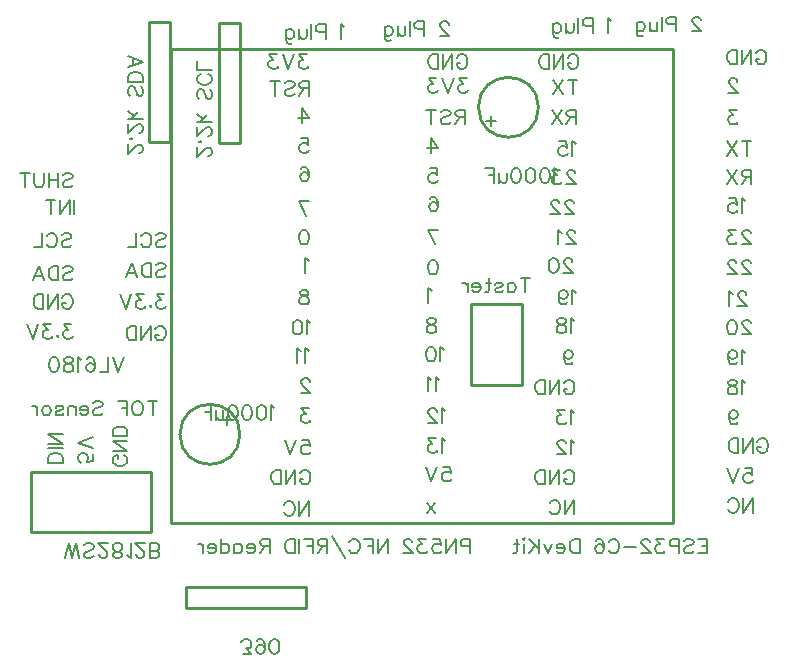
<source format=gbo>
G04 Layer: BottomSilkscreenLayer*
G04 EasyEDA v6.5.50, 2025-08-07 17:35:19*
G04 907c9f2fc05643d1a7414bf7d8136ec9,1ea6220676e248c9a5f209c00a71ac29,10*
G04 Gerber Generator version 0.2*
G04 Scale: 100 percent, Rotated: No, Reflected: No *
G04 Dimensions in millimeters *
G04 leading zeros omitted , absolute positions ,4 integer and 5 decimal *
%FSLAX45Y45*%
%MOMM*%

%ADD10C,0.2032*%
%ADD11C,0.2540*%
%ADD12C,0.0100*%

%LPD*%
D10*
X796833Y5261970D02*
G01*
X796833Y5137881D01*
X838197Y5261970D02*
G01*
X755469Y5261970D01*
X681017Y5261970D02*
G01*
X692833Y5256062D01*
X704651Y5244244D01*
X710562Y5232425D01*
X716470Y5214698D01*
X716470Y5185153D01*
X710562Y5167426D01*
X704651Y5155608D01*
X692833Y5143789D01*
X681017Y5137881D01*
X657379Y5137881D01*
X645561Y5143789D01*
X633742Y5155608D01*
X627834Y5167426D01*
X621924Y5185153D01*
X621924Y5214698D01*
X627834Y5232425D01*
X633742Y5244244D01*
X645561Y5256062D01*
X657379Y5261970D01*
X681017Y5261970D01*
X582924Y5261970D02*
G01*
X582924Y5137881D01*
X582924Y5261970D02*
G01*
X506107Y5261970D01*
X582924Y5202880D02*
G01*
X535652Y5202880D01*
X293380Y5244244D02*
G01*
X305198Y5256062D01*
X322925Y5261970D01*
X346562Y5261970D01*
X364289Y5256062D01*
X376107Y5244244D01*
X376107Y5232425D01*
X370197Y5220606D01*
X364289Y5214698D01*
X352470Y5208790D01*
X317017Y5196972D01*
X305198Y5191061D01*
X299288Y5185153D01*
X293380Y5173334D01*
X293380Y5155608D01*
X305198Y5143789D01*
X322925Y5137881D01*
X346562Y5137881D01*
X364289Y5143789D01*
X376107Y5155608D01*
X254380Y5185153D02*
G01*
X183471Y5185153D01*
X183471Y5196972D01*
X189379Y5208790D01*
X195290Y5214698D01*
X207109Y5220606D01*
X224835Y5220606D01*
X236654Y5214698D01*
X248470Y5202880D01*
X254380Y5185153D01*
X254380Y5173334D01*
X248470Y5155608D01*
X236654Y5143789D01*
X224835Y5137881D01*
X207109Y5137881D01*
X195290Y5143789D01*
X183471Y5155608D01*
X144472Y5220606D02*
G01*
X144472Y5137881D01*
X144472Y5196972D02*
G01*
X126743Y5214698D01*
X114927Y5220606D01*
X97198Y5220606D01*
X85379Y5214698D01*
X79471Y5196972D01*
X79471Y5137881D01*
X-24528Y5202880D02*
G01*
X-18618Y5214698D01*
X-891Y5220606D01*
X16835Y5220606D01*
X34561Y5214698D01*
X40472Y5202880D01*
X34561Y5191061D01*
X22745Y5185153D01*
X-6802Y5179245D01*
X-18618Y5173334D01*
X-24528Y5161516D01*
X-24528Y5155608D01*
X-18618Y5143789D01*
X-891Y5137881D01*
X16835Y5137881D01*
X34561Y5143789D01*
X40472Y5155608D01*
X-93073Y5220606D02*
G01*
X-81254Y5214698D01*
X-69435Y5202880D01*
X-63527Y5185153D01*
X-63527Y5173334D01*
X-69435Y5155608D01*
X-81254Y5143789D01*
X-93073Y5137881D01*
X-110799Y5137881D01*
X-122618Y5143789D01*
X-134437Y5155608D01*
X-140345Y5173334D01*
X-140345Y5185153D01*
X-134437Y5202880D01*
X-122618Y5214698D01*
X-110799Y5220606D01*
X-93073Y5220606D01*
X-179346Y5220606D02*
G01*
X-179346Y5137881D01*
X-179346Y5185153D02*
G01*
X-185254Y5202880D01*
X-197073Y5214698D01*
X-208892Y5220606D01*
X-226618Y5220606D01*
X1828797Y5200235D02*
G01*
X1816978Y5206144D01*
X1799252Y5223870D01*
X1799252Y5099781D01*
X1724797Y5223870D02*
G01*
X1742523Y5217962D01*
X1754342Y5200235D01*
X1760253Y5170690D01*
X1760253Y5152961D01*
X1754342Y5123416D01*
X1742523Y5105689D01*
X1724797Y5099781D01*
X1712978Y5099781D01*
X1695251Y5105689D01*
X1683433Y5123416D01*
X1677525Y5152961D01*
X1677525Y5170690D01*
X1683433Y5200235D01*
X1695251Y5217962D01*
X1712978Y5223870D01*
X1724797Y5223870D01*
X1603070Y5223870D02*
G01*
X1620796Y5217962D01*
X1632615Y5200235D01*
X1638526Y5170690D01*
X1638526Y5152961D01*
X1632615Y5123416D01*
X1620796Y5105689D01*
X1603070Y5099781D01*
X1591251Y5099781D01*
X1573524Y5105689D01*
X1561706Y5123416D01*
X1555798Y5152961D01*
X1555798Y5170690D01*
X1561706Y5200235D01*
X1573524Y5217962D01*
X1591251Y5223870D01*
X1603070Y5223870D01*
X1481343Y5223870D02*
G01*
X1499069Y5217962D01*
X1510888Y5200235D01*
X1516799Y5170690D01*
X1516799Y5152961D01*
X1510888Y5123416D01*
X1499069Y5105689D01*
X1481343Y5099781D01*
X1469524Y5099781D01*
X1451797Y5105689D01*
X1439979Y5123416D01*
X1434071Y5152961D01*
X1434071Y5170690D01*
X1439979Y5200235D01*
X1451797Y5217962D01*
X1469524Y5223870D01*
X1481343Y5223870D01*
X1395072Y5182506D02*
G01*
X1395072Y5123416D01*
X1389161Y5105689D01*
X1377342Y5099781D01*
X1359616Y5099781D01*
X1347797Y5105689D01*
X1330070Y5123416D01*
X1330070Y5182506D02*
G01*
X1330070Y5099781D01*
X1291071Y5223870D02*
G01*
X1291071Y5099781D01*
X1291071Y5223870D02*
G01*
X1214252Y5223870D01*
X1291071Y5164780D02*
G01*
X1243797Y5164780D01*
X4229092Y7206830D02*
G01*
X4217273Y7212738D01*
X4199547Y7230465D01*
X4199547Y7106376D01*
X4125092Y7230465D02*
G01*
X4142818Y7224557D01*
X4154637Y7206830D01*
X4160547Y7177284D01*
X4160547Y7159556D01*
X4154637Y7130011D01*
X4142818Y7112284D01*
X4125092Y7106376D01*
X4113273Y7106376D01*
X4095546Y7112284D01*
X4083728Y7130011D01*
X4077820Y7159556D01*
X4077820Y7177284D01*
X4083728Y7206830D01*
X4095546Y7224557D01*
X4113273Y7230465D01*
X4125092Y7230465D01*
X4003365Y7230465D02*
G01*
X4021092Y7224557D01*
X4032910Y7206830D01*
X4038820Y7177284D01*
X4038820Y7159556D01*
X4032910Y7130011D01*
X4021092Y7112284D01*
X4003365Y7106376D01*
X3991546Y7106376D01*
X3973819Y7112284D01*
X3962001Y7130011D01*
X3956092Y7159556D01*
X3956092Y7177284D01*
X3962001Y7206830D01*
X3973819Y7224557D01*
X3991546Y7230465D01*
X4003365Y7230465D01*
X3881638Y7230465D02*
G01*
X3899364Y7224557D01*
X3911183Y7206830D01*
X3917093Y7177284D01*
X3917093Y7159556D01*
X3911183Y7130011D01*
X3899364Y7112284D01*
X3881638Y7106376D01*
X3869819Y7106376D01*
X3852093Y7112284D01*
X3840274Y7130011D01*
X3834366Y7159556D01*
X3834366Y7177284D01*
X3840274Y7206830D01*
X3852093Y7224557D01*
X3869819Y7230465D01*
X3881638Y7230465D01*
X3795367Y7189101D02*
G01*
X3795367Y7130011D01*
X3789456Y7112284D01*
X3777637Y7106376D01*
X3759911Y7106376D01*
X3748093Y7112284D01*
X3730365Y7130011D01*
X3730365Y7189101D02*
G01*
X3730365Y7106376D01*
X3691366Y7230465D02*
G01*
X3691366Y7106376D01*
X3691366Y7230465D02*
G01*
X3614547Y7230465D01*
X3691366Y7171375D02*
G01*
X3644093Y7171375D01*
X1561216Y3120011D02*
G01*
X1626214Y3120011D01*
X1590761Y3167283D01*
X1608488Y3167283D01*
X1620306Y3173191D01*
X1626214Y3179102D01*
X1632125Y3196828D01*
X1632125Y3208647D01*
X1626214Y3226374D01*
X1614398Y3238192D01*
X1596669Y3244100D01*
X1578942Y3244100D01*
X1561216Y3238192D01*
X1555305Y3232282D01*
X1549397Y3220465D01*
X1747941Y3161375D02*
G01*
X1742033Y3179102D01*
X1730214Y3190920D01*
X1712488Y3196828D01*
X1706577Y3196828D01*
X1688851Y3190920D01*
X1677032Y3179102D01*
X1671124Y3161375D01*
X1671124Y3155464D01*
X1677032Y3137738D01*
X1688851Y3125919D01*
X1706577Y3120011D01*
X1712488Y3120011D01*
X1730214Y3125919D01*
X1742033Y3137738D01*
X1747941Y3161375D01*
X1747941Y3190920D01*
X1742033Y3220465D01*
X1730214Y3238192D01*
X1712488Y3244100D01*
X1700669Y3244100D01*
X1682943Y3238192D01*
X1677032Y3226374D01*
X1822396Y3120011D02*
G01*
X1804670Y3125919D01*
X1792851Y3143646D01*
X1786943Y3173191D01*
X1786943Y3190920D01*
X1792851Y3220465D01*
X1804670Y3238192D01*
X1822396Y3244100D01*
X1834215Y3244100D01*
X1851941Y3238192D01*
X1863760Y3220465D01*
X1869668Y3190920D01*
X1869668Y3173191D01*
X1863760Y3143646D01*
X1851941Y3125919D01*
X1834215Y3120011D01*
X1822396Y3120011D01*
X685835Y7359192D02*
G01*
X691746Y7359192D01*
X703562Y7365103D01*
X709472Y7371011D01*
X715380Y7382830D01*
X715380Y7406467D01*
X709472Y7418283D01*
X703562Y7424193D01*
X691746Y7430101D01*
X679927Y7430101D01*
X668108Y7424193D01*
X650382Y7412375D01*
X591291Y7353284D01*
X591291Y7436012D01*
X620836Y7480919D02*
G01*
X614926Y7475011D01*
X609018Y7480919D01*
X614926Y7486830D01*
X620836Y7480919D01*
X685835Y7531740D02*
G01*
X691746Y7531740D01*
X703562Y7537648D01*
X709472Y7543556D01*
X715380Y7555374D01*
X715380Y7579012D01*
X709472Y7590830D01*
X703562Y7596738D01*
X691746Y7602646D01*
X679927Y7602646D01*
X668108Y7596738D01*
X650382Y7584920D01*
X591291Y7525829D01*
X591291Y7608557D01*
X715380Y7647556D02*
G01*
X591291Y7647556D01*
X674016Y7706647D02*
G01*
X614926Y7647556D01*
X638563Y7671193D02*
G01*
X591291Y7712557D01*
X697654Y7925282D02*
G01*
X709472Y7913466D01*
X715380Y7895737D01*
X715380Y7872102D01*
X709472Y7854373D01*
X697654Y7842557D01*
X685835Y7842557D01*
X674016Y7848465D01*
X668108Y7854373D01*
X662200Y7866192D01*
X650382Y7901647D01*
X644471Y7913466D01*
X638563Y7919374D01*
X626745Y7925282D01*
X609018Y7925282D01*
X597199Y7913466D01*
X591291Y7895737D01*
X591291Y7872102D01*
X597199Y7854373D01*
X609018Y7842557D01*
X715380Y7964284D02*
G01*
X591291Y7964284D01*
X715380Y7964284D02*
G01*
X715380Y8005648D01*
X709472Y8023374D01*
X697654Y8035193D01*
X685835Y8041101D01*
X668108Y8047009D01*
X638563Y8047009D01*
X620836Y8041101D01*
X609018Y8035193D01*
X597199Y8023374D01*
X591291Y8005648D01*
X591291Y7964284D01*
X715380Y8133283D02*
G01*
X591291Y8086011D01*
X715380Y8133283D02*
G01*
X591291Y8180555D01*
X632655Y8103737D02*
G01*
X632655Y8162828D01*
X1270033Y7333792D02*
G01*
X1275943Y7333792D01*
X1287759Y7339703D01*
X1293670Y7345611D01*
X1299578Y7357430D01*
X1299578Y7381067D01*
X1293670Y7392883D01*
X1287759Y7398793D01*
X1275943Y7404701D01*
X1264124Y7404701D01*
X1252306Y7398793D01*
X1234579Y7386975D01*
X1175489Y7327884D01*
X1175489Y7410612D01*
X1205034Y7455519D02*
G01*
X1199123Y7449611D01*
X1193215Y7455519D01*
X1199123Y7461430D01*
X1205034Y7455519D01*
X1270033Y7506340D02*
G01*
X1275943Y7506340D01*
X1287759Y7512248D01*
X1293670Y7518156D01*
X1299578Y7529974D01*
X1299578Y7553612D01*
X1293670Y7565430D01*
X1287759Y7571338D01*
X1275943Y7577246D01*
X1264124Y7577246D01*
X1252306Y7571338D01*
X1234579Y7559520D01*
X1175489Y7500429D01*
X1175489Y7583157D01*
X1299578Y7622156D02*
G01*
X1175489Y7622156D01*
X1258214Y7681247D02*
G01*
X1199123Y7622156D01*
X1222761Y7645793D02*
G01*
X1175489Y7687157D01*
X1281851Y7899882D02*
G01*
X1293670Y7888066D01*
X1299578Y7870337D01*
X1299578Y7846702D01*
X1293670Y7828973D01*
X1281851Y7817157D01*
X1270033Y7817157D01*
X1258214Y7823065D01*
X1252306Y7828973D01*
X1246398Y7840792D01*
X1234579Y7876247D01*
X1228669Y7888066D01*
X1222761Y7893974D01*
X1210942Y7899882D01*
X1193215Y7899882D01*
X1181397Y7888066D01*
X1175489Y7870337D01*
X1175489Y7846702D01*
X1181397Y7828973D01*
X1193215Y7817157D01*
X1270033Y8027520D02*
G01*
X1281851Y8021609D01*
X1293670Y8009793D01*
X1299578Y7997974D01*
X1299578Y7974337D01*
X1293670Y7962519D01*
X1281851Y7950702D01*
X1270033Y7944792D01*
X1252306Y7938884D01*
X1222761Y7938884D01*
X1205034Y7944792D01*
X1193215Y7950702D01*
X1181397Y7962519D01*
X1175489Y7974337D01*
X1175489Y7997974D01*
X1181397Y8009793D01*
X1193215Y8021609D01*
X1205034Y8027520D01*
X1299578Y8066519D02*
G01*
X1175489Y8066519D01*
X1175489Y8066519D02*
G01*
X1175489Y8137428D01*
X820948Y5867389D02*
G01*
X826790Y5879327D01*
X838728Y5891011D01*
X850412Y5896853D01*
X874034Y5896853D01*
X885972Y5891011D01*
X897656Y5879327D01*
X903752Y5867389D01*
X909594Y5849609D01*
X909594Y5820145D01*
X903752Y5802365D01*
X897656Y5790681D01*
X885972Y5778743D01*
X874034Y5772901D01*
X850412Y5772901D01*
X838728Y5778743D01*
X826790Y5790681D01*
X820948Y5802365D01*
X820948Y5820145D01*
X850412Y5820145D02*
G01*
X820948Y5820145D01*
X781832Y5896853D02*
G01*
X781832Y5772901D01*
X781832Y5896853D02*
G01*
X699282Y5772901D01*
X699282Y5896853D02*
G01*
X699282Y5772901D01*
X660166Y5896853D02*
G01*
X660166Y5772901D01*
X660166Y5896853D02*
G01*
X618764Y5896853D01*
X601238Y5891011D01*
X589300Y5879327D01*
X583458Y5867389D01*
X577616Y5849609D01*
X577616Y5820145D01*
X583458Y5802365D01*
X589300Y5790681D01*
X601238Y5778743D01*
X618764Y5772901D01*
X660166Y5772901D01*
X826866Y6666641D02*
G01*
X838685Y6678460D01*
X856411Y6684368D01*
X880049Y6684368D01*
X897775Y6678460D01*
X909594Y6666641D01*
X909594Y6654822D01*
X903686Y6643004D01*
X897775Y6637096D01*
X885957Y6631188D01*
X850503Y6619369D01*
X838685Y6613458D01*
X832777Y6607550D01*
X826866Y6595732D01*
X826866Y6578005D01*
X838685Y6566187D01*
X856411Y6560278D01*
X880049Y6560278D01*
X897775Y6566187D01*
X909594Y6578005D01*
X699231Y6654822D02*
G01*
X705139Y6666641D01*
X716958Y6678460D01*
X728776Y6684368D01*
X752414Y6684368D01*
X764230Y6678460D01*
X776048Y6666641D01*
X781959Y6654822D01*
X787867Y6637096D01*
X787867Y6607550D01*
X781959Y6589824D01*
X776048Y6578005D01*
X764230Y6566187D01*
X752414Y6560278D01*
X728776Y6560278D01*
X716958Y6566187D01*
X705139Y6578005D01*
X699231Y6589824D01*
X660232Y6684368D02*
G01*
X660232Y6560278D01*
X660232Y6560278D02*
G01*
X589323Y6560278D01*
X39469Y6387241D02*
G01*
X51287Y6399060D01*
X69014Y6404968D01*
X92651Y6404968D01*
X110378Y6399060D01*
X122196Y6387241D01*
X122196Y6375422D01*
X116288Y6363604D01*
X110378Y6357696D01*
X98559Y6351788D01*
X63106Y6339969D01*
X51287Y6334058D01*
X45379Y6328150D01*
X39469Y6316332D01*
X39469Y6298605D01*
X51287Y6286787D01*
X69014Y6280878D01*
X92651Y6280878D01*
X110378Y6286787D01*
X122196Y6298605D01*
X469Y6404968D02*
G01*
X469Y6280878D01*
X469Y6404968D02*
G01*
X-40894Y6404968D01*
X-58620Y6399060D01*
X-70439Y6387241D01*
X-76347Y6375422D01*
X-82257Y6357696D01*
X-82257Y6328150D01*
X-76347Y6310424D01*
X-70439Y6298605D01*
X-58620Y6286787D01*
X-40894Y6280878D01*
X469Y6280878D01*
X-168529Y6404968D02*
G01*
X-121257Y6280878D01*
X-168529Y6404968D02*
G01*
X-215803Y6280878D01*
X-138983Y6322242D02*
G01*
X-198074Y6322242D01*
X897775Y6163668D02*
G01*
X832777Y6163668D01*
X868230Y6116396D01*
X850503Y6116396D01*
X838685Y6110488D01*
X832777Y6104577D01*
X826866Y6086850D01*
X826866Y6075032D01*
X832777Y6057305D01*
X844595Y6045487D01*
X862322Y6039578D01*
X880049Y6039578D01*
X897775Y6045487D01*
X903686Y6051397D01*
X909594Y6063213D01*
X781959Y6069124D02*
G01*
X787867Y6063213D01*
X781959Y6057305D01*
X776048Y6063213D01*
X781959Y6069124D01*
X725230Y6163668D02*
G01*
X660232Y6163668D01*
X695685Y6116396D01*
X677959Y6116396D01*
X666140Y6110488D01*
X660232Y6104577D01*
X654321Y6086850D01*
X654321Y6075032D01*
X660232Y6057305D01*
X672048Y6045487D01*
X689777Y6039578D01*
X707504Y6039578D01*
X725230Y6045487D01*
X731138Y6051397D01*
X737049Y6063213D01*
X615322Y6163668D02*
G01*
X568050Y6039578D01*
X520776Y6163668D02*
G01*
X568050Y6039578D01*
X3487689Y4093573D02*
G01*
X3487689Y3969484D01*
X3487689Y4093573D02*
G01*
X3434506Y4093573D01*
X3416780Y4087665D01*
X3410872Y4081754D01*
X3404961Y4069938D01*
X3404961Y4052209D01*
X3410872Y4040393D01*
X3416780Y4034482D01*
X3434506Y4028574D01*
X3487689Y4028574D01*
X3365962Y4093573D02*
G01*
X3365962Y3969484D01*
X3365962Y4093573D02*
G01*
X3283234Y3969484D01*
X3283234Y4093573D02*
G01*
X3283234Y3969484D01*
X3173326Y4093573D02*
G01*
X3232416Y4093573D01*
X3238327Y4040393D01*
X3232416Y4046301D01*
X3214690Y4052209D01*
X3196963Y4052209D01*
X3179234Y4046301D01*
X3167418Y4034482D01*
X3161507Y4016755D01*
X3161507Y4004937D01*
X3167418Y3987210D01*
X3179234Y3975392D01*
X3196963Y3969484D01*
X3214690Y3969484D01*
X3232416Y3975392D01*
X3238327Y3981302D01*
X3244235Y3993118D01*
X3110689Y4093573D02*
G01*
X3045691Y4093573D01*
X3081144Y4046301D01*
X3063417Y4046301D01*
X3051599Y4040393D01*
X3045691Y4034482D01*
X3039780Y4016755D01*
X3039780Y4004937D01*
X3045691Y3987210D01*
X3057507Y3975392D01*
X3075236Y3969484D01*
X3092963Y3969484D01*
X3110689Y3975392D01*
X3116600Y3981302D01*
X3122508Y3993118D01*
X2994870Y4064027D02*
G01*
X2994870Y4069938D01*
X2988962Y4081754D01*
X2983054Y4087665D01*
X2971236Y4093573D01*
X2947598Y4093573D01*
X2935780Y4087665D01*
X2929872Y4081754D01*
X2923964Y4069938D01*
X2923964Y4058119D01*
X2929872Y4046301D01*
X2941690Y4028574D01*
X3000781Y3969484D01*
X2918053Y3969484D01*
X2788053Y4093573D02*
G01*
X2788053Y3969484D01*
X2788053Y4093573D02*
G01*
X2705326Y3969484D01*
X2705326Y4093573D02*
G01*
X2705326Y3969484D01*
X2666326Y4093573D02*
G01*
X2666326Y3969484D01*
X2666326Y4093573D02*
G01*
X2589509Y4093573D01*
X2666326Y4034482D02*
G01*
X2619054Y4034482D01*
X2461872Y4064027D02*
G01*
X2467782Y4075846D01*
X2479601Y4087665D01*
X2491417Y4093573D01*
X2515054Y4093573D01*
X2526873Y4087665D01*
X2538691Y4075846D01*
X2544599Y4064027D01*
X2550510Y4046301D01*
X2550510Y4016755D01*
X2544599Y3999029D01*
X2538691Y3987210D01*
X2526873Y3975392D01*
X2515054Y3969484D01*
X2491417Y3969484D01*
X2479601Y3975392D01*
X2467782Y3987210D01*
X2461872Y3999029D01*
X2316510Y4117210D02*
G01*
X2422872Y3928120D01*
X2277508Y4093573D02*
G01*
X2277508Y3969484D01*
X2277508Y4093573D02*
G01*
X2224328Y4093573D01*
X2206602Y4087665D01*
X2200691Y4081754D01*
X2194783Y4069938D01*
X2194783Y4058119D01*
X2200691Y4046301D01*
X2206602Y4040393D01*
X2224328Y4034482D01*
X2277508Y4034482D01*
X2236147Y4034482D02*
G01*
X2194783Y3969484D01*
X2155781Y4093573D02*
G01*
X2155781Y3969484D01*
X2155781Y4093573D02*
G01*
X2078964Y4093573D01*
X2155781Y4034482D02*
G01*
X2108509Y4034482D01*
X2039965Y4093573D02*
G01*
X2039965Y3969484D01*
X2000963Y4093573D02*
G01*
X2000963Y3969484D01*
X2000963Y4093573D02*
G01*
X1959602Y4093573D01*
X1941873Y4087665D01*
X1930057Y4075846D01*
X1924146Y4064027D01*
X1918238Y4046301D01*
X1918238Y4016755D01*
X1924146Y3999029D01*
X1930057Y3987210D01*
X1941873Y3975392D01*
X1959602Y3969484D01*
X2000963Y3969484D01*
X1788238Y4093573D02*
G01*
X1788238Y3969484D01*
X1788238Y4093573D02*
G01*
X1735056Y4093573D01*
X1717329Y4087665D01*
X1711418Y4081754D01*
X1705510Y4069938D01*
X1705510Y4058119D01*
X1711418Y4046301D01*
X1717329Y4040393D01*
X1735056Y4034482D01*
X1788238Y4034482D01*
X1746874Y4034482D02*
G01*
X1705510Y3969484D01*
X1666511Y4016755D02*
G01*
X1595602Y4016755D01*
X1595602Y4028574D01*
X1601510Y4040393D01*
X1607421Y4046301D01*
X1619237Y4052209D01*
X1636966Y4052209D01*
X1648782Y4046301D01*
X1660601Y4034482D01*
X1666511Y4016755D01*
X1666511Y4004937D01*
X1660601Y3987210D01*
X1648782Y3975392D01*
X1636966Y3969484D01*
X1619237Y3969484D01*
X1607421Y3975392D01*
X1595602Y3987210D01*
X1485694Y4052209D02*
G01*
X1485694Y3969484D01*
X1485694Y4034482D02*
G01*
X1497510Y4046301D01*
X1509328Y4052209D01*
X1527055Y4052209D01*
X1538874Y4046301D01*
X1550692Y4034482D01*
X1556603Y4016755D01*
X1556603Y4004937D01*
X1550692Y3987210D01*
X1538874Y3975392D01*
X1527055Y3969484D01*
X1509328Y3969484D01*
X1497510Y3975392D01*
X1485694Y3987210D01*
X1375783Y4093573D02*
G01*
X1375783Y3969484D01*
X1375783Y4034482D02*
G01*
X1387602Y4046301D01*
X1399420Y4052209D01*
X1417147Y4052209D01*
X1428965Y4046301D01*
X1440784Y4034482D01*
X1446692Y4016755D01*
X1446692Y4004937D01*
X1440784Y3987210D01*
X1428965Y3975392D01*
X1417147Y3969484D01*
X1399420Y3969484D01*
X1387602Y3975392D01*
X1375783Y3987210D01*
X1336784Y4016755D02*
G01*
X1265875Y4016755D01*
X1265875Y4028574D01*
X1271785Y4040393D01*
X1277693Y4046301D01*
X1289512Y4052209D01*
X1307238Y4052209D01*
X1319057Y4046301D01*
X1330876Y4034482D01*
X1336784Y4016755D01*
X1336784Y4004937D01*
X1330876Y3987210D01*
X1319057Y3975392D01*
X1307238Y3969484D01*
X1289512Y3969484D01*
X1277693Y3975392D01*
X1265875Y3987210D01*
X1226875Y4052209D02*
G01*
X1226875Y3969484D01*
X1226875Y4016755D02*
G01*
X1220965Y4034482D01*
X1209149Y4046301D01*
X1197330Y4052209D01*
X1179603Y4052209D01*
X2104153Y8195556D02*
G01*
X2039383Y8195556D01*
X2074689Y8148312D01*
X2056909Y8148312D01*
X2045225Y8142470D01*
X2039383Y8136628D01*
X2033287Y8118848D01*
X2033287Y8107164D01*
X2039383Y8089384D01*
X2051067Y8077446D01*
X2068847Y8071604D01*
X2086627Y8071604D01*
X2104153Y8077446D01*
X2110249Y8083288D01*
X2116091Y8095226D01*
X1994425Y8195556D02*
G01*
X1947181Y8071604D01*
X1899937Y8195556D02*
G01*
X1947181Y8071604D01*
X1848883Y8195556D02*
G01*
X1784113Y8195556D01*
X1819419Y8148312D01*
X1801639Y8148312D01*
X1789955Y8142470D01*
X1784113Y8136628D01*
X1778017Y8118848D01*
X1778017Y8107164D01*
X1784113Y8089384D01*
X1795797Y8077446D01*
X1813577Y8071604D01*
X1831357Y8071604D01*
X1848883Y8077446D01*
X1854979Y8083288D01*
X1860821Y8095226D01*
X2120900Y7966956D02*
G01*
X2120900Y7843004D01*
X2120900Y7966956D02*
G01*
X2067813Y7966956D01*
X2050034Y7961114D01*
X2044191Y7955272D01*
X2038095Y7943334D01*
X2038095Y7931650D01*
X2044191Y7919712D01*
X2050034Y7913870D01*
X2067813Y7908028D01*
X2120900Y7908028D01*
X2079497Y7908028D02*
G01*
X2038095Y7843004D01*
X1916429Y7949430D02*
G01*
X1928368Y7961114D01*
X1945893Y7966956D01*
X1969515Y7966956D01*
X1987295Y7961114D01*
X1999234Y7949430D01*
X1999234Y7937492D01*
X1993138Y7925808D01*
X1987295Y7919712D01*
X1975611Y7913870D01*
X1940052Y7902186D01*
X1928368Y7896090D01*
X1922271Y7890248D01*
X1916429Y7878564D01*
X1916429Y7860784D01*
X1928368Y7848846D01*
X1945893Y7843004D01*
X1969515Y7843004D01*
X1987295Y7848846D01*
X1999234Y7860784D01*
X1836165Y7966956D02*
G01*
X1836165Y7843004D01*
X1877568Y7966956D02*
G01*
X1794763Y7966956D01*
X2061718Y7738356D02*
G01*
X2120900Y7655806D01*
X2032254Y7655806D01*
X2061718Y7738356D02*
G01*
X2061718Y7614404D01*
X2050034Y7484356D02*
G01*
X2108961Y7484356D01*
X2115058Y7431270D01*
X2108961Y7437112D01*
X2091436Y7443208D01*
X2073656Y7443208D01*
X2055875Y7437112D01*
X2044191Y7425428D01*
X2038095Y7407648D01*
X2038095Y7395964D01*
X2044191Y7378184D01*
X2055875Y7366246D01*
X2073656Y7360404D01*
X2091436Y7360404D01*
X2108961Y7366246D01*
X2115058Y7372088D01*
X2120900Y7384026D01*
X2050034Y7225530D02*
G01*
X2055875Y7237214D01*
X2073656Y7243056D01*
X2085340Y7243056D01*
X2103120Y7237214D01*
X2115058Y7219434D01*
X2120900Y7189970D01*
X2120900Y7160506D01*
X2115058Y7136884D01*
X2103120Y7124946D01*
X2085340Y7119104D01*
X2079497Y7119104D01*
X2061718Y7124946D01*
X2050034Y7136884D01*
X2044191Y7154664D01*
X2044191Y7160506D01*
X2050034Y7178286D01*
X2061718Y7189970D01*
X2079497Y7195812D01*
X2085340Y7195812D01*
X2103120Y7189970D01*
X2115058Y7178286D01*
X2120900Y7160506D01*
X2038095Y6950956D02*
G01*
X2097277Y6827004D01*
X2120900Y6950956D02*
G01*
X2038095Y6950956D01*
X2085340Y6709656D02*
G01*
X2103120Y6703814D01*
X2115058Y6686034D01*
X2120900Y6656570D01*
X2120900Y6638790D01*
X2115058Y6609326D01*
X2103120Y6591546D01*
X2085340Y6585704D01*
X2073656Y6585704D01*
X2055875Y6591546D01*
X2044191Y6609326D01*
X2038095Y6638790D01*
X2038095Y6656570D01*
X2044191Y6686034D01*
X2055875Y6703814D01*
X2073656Y6709656D01*
X2085340Y6709656D01*
X2120900Y6444734D02*
G01*
X2108961Y6450830D01*
X2091436Y6468356D01*
X2091436Y6344404D01*
X2091436Y6201656D02*
G01*
X2108961Y6195814D01*
X2115058Y6184130D01*
X2115058Y6172192D01*
X2108961Y6160508D01*
X2097277Y6154412D01*
X2073656Y6148570D01*
X2055875Y6142728D01*
X2044191Y6130790D01*
X2038095Y6119106D01*
X2038095Y6101326D01*
X2044191Y6089388D01*
X2050034Y6083546D01*
X2067813Y6077704D01*
X2091436Y6077704D01*
X2108961Y6083546D01*
X2115058Y6089388D01*
X2120900Y6101326D01*
X2120900Y6119106D01*
X2115058Y6130790D01*
X2103120Y6142728D01*
X2085340Y6148570D01*
X2061718Y6154412D01*
X2050034Y6160508D01*
X2044191Y6172192D01*
X2044191Y6184130D01*
X2050034Y6195814D01*
X2067813Y6201656D01*
X2091436Y6201656D01*
X2133600Y5924034D02*
G01*
X2121661Y5930130D01*
X2104136Y5947656D01*
X2104136Y5823704D01*
X2029713Y5947656D02*
G01*
X2047240Y5941814D01*
X2059177Y5924034D01*
X2065020Y5894570D01*
X2065020Y5876790D01*
X2059177Y5847326D01*
X2047240Y5829546D01*
X2029713Y5823704D01*
X2017775Y5823704D01*
X1999995Y5829546D01*
X1988311Y5847326D01*
X1982215Y5876790D01*
X1982215Y5894570D01*
X1988311Y5924034D01*
X1999995Y5941814D01*
X2017775Y5947656D01*
X2029713Y5947656D01*
X2120900Y5682734D02*
G01*
X2108961Y5688830D01*
X2091436Y5706356D01*
X2091436Y5582404D01*
X2052320Y5682734D02*
G01*
X2040636Y5688830D01*
X2022856Y5706356D01*
X2022856Y5582404D01*
X2127758Y5422892D02*
G01*
X2127758Y5428734D01*
X2121661Y5440672D01*
X2115820Y5446514D01*
X2104136Y5452356D01*
X2080513Y5452356D01*
X2068575Y5446514D01*
X2062734Y5440672D01*
X2056891Y5428734D01*
X2056891Y5417050D01*
X2062734Y5405112D01*
X2074418Y5387586D01*
X2133600Y5328404D01*
X2050795Y5328404D01*
X2121661Y5198356D02*
G01*
X2056891Y5198356D01*
X2092197Y5151112D01*
X2074418Y5151112D01*
X2062734Y5145270D01*
X2056891Y5139428D01*
X2050795Y5121648D01*
X2050795Y5109964D01*
X2056891Y5092184D01*
X2068575Y5080246D01*
X2086356Y5074404D01*
X2104136Y5074404D01*
X2121661Y5080246D01*
X2127758Y5086088D01*
X2133600Y5098026D01*
X2062734Y4931656D02*
G01*
X2121661Y4931656D01*
X2127758Y4878570D01*
X2121661Y4884412D01*
X2104136Y4890508D01*
X2086356Y4890508D01*
X2068575Y4884412D01*
X2056891Y4872728D01*
X2050795Y4854948D01*
X2050795Y4843264D01*
X2056891Y4825484D01*
X2068575Y4813546D01*
X2086356Y4807704D01*
X2104136Y4807704D01*
X2121661Y4813546D01*
X2127758Y4819388D01*
X2133600Y4831326D01*
X2011934Y4931656D02*
G01*
X1964690Y4807704D01*
X1917445Y4931656D02*
G01*
X1964690Y4807704D01*
X2044954Y4648192D02*
G01*
X2050795Y4660130D01*
X2062734Y4671814D01*
X2074418Y4677656D01*
X2098040Y4677656D01*
X2109977Y4671814D01*
X2121661Y4660130D01*
X2127758Y4648192D01*
X2133600Y4630412D01*
X2133600Y4600948D01*
X2127758Y4583168D01*
X2121661Y4571484D01*
X2109977Y4559546D01*
X2098040Y4553704D01*
X2074418Y4553704D01*
X2062734Y4559546D01*
X2050795Y4571484D01*
X2044954Y4583168D01*
X2044954Y4600948D01*
X2074418Y4600948D02*
G01*
X2044954Y4600948D01*
X2005838Y4677656D02*
G01*
X2005838Y4553704D01*
X2005838Y4677656D02*
G01*
X1923287Y4553704D01*
X1923287Y4677656D02*
G01*
X1923287Y4553704D01*
X1884171Y4677656D02*
G01*
X1884171Y4553704D01*
X1884171Y4677656D02*
G01*
X1842770Y4677656D01*
X1825244Y4671814D01*
X1813305Y4660130D01*
X1807463Y4648192D01*
X1801621Y4630412D01*
X1801621Y4600948D01*
X1807463Y4583168D01*
X1813305Y4571484D01*
X1825244Y4559546D01*
X1842770Y4553704D01*
X1884171Y4553704D01*
X2120900Y4410956D02*
G01*
X2120900Y4287004D01*
X2120900Y4410956D02*
G01*
X2038095Y4287004D01*
X2038095Y4410956D02*
G01*
X2038095Y4287004D01*
X1910587Y4381492D02*
G01*
X1916429Y4393430D01*
X1928368Y4405114D01*
X1940052Y4410956D01*
X1963674Y4410956D01*
X1975611Y4405114D01*
X1987295Y4393430D01*
X1993138Y4381492D01*
X1999234Y4363712D01*
X1999234Y4334248D01*
X1993138Y4316468D01*
X1987295Y4304784D01*
X1975611Y4292846D01*
X1963674Y4287004D01*
X1940052Y4287004D01*
X1928368Y4292846D01*
X1916429Y4304784D01*
X1910587Y4316468D01*
X2420896Y8425926D02*
G01*
X2408958Y8432022D01*
X2391432Y8449548D01*
X2391432Y8325596D01*
X2261384Y8449548D02*
G01*
X2261384Y8325596D01*
X2261384Y8449548D02*
G01*
X2208044Y8449548D01*
X2190518Y8443706D01*
X2184422Y8437864D01*
X2178580Y8425926D01*
X2178580Y8408400D01*
X2184422Y8396462D01*
X2190518Y8390620D01*
X2208044Y8384778D01*
X2261384Y8384778D01*
X2139718Y8449548D02*
G01*
X2139718Y8325596D01*
X2100602Y8408400D02*
G01*
X2100602Y8349218D01*
X2094760Y8331438D01*
X2082822Y8325596D01*
X2065296Y8325596D01*
X2053358Y8331438D01*
X2035578Y8349218D01*
X2035578Y8408400D02*
G01*
X2035578Y8325596D01*
X1925596Y8408400D02*
G01*
X1925596Y8313658D01*
X1931692Y8296132D01*
X1937534Y8290036D01*
X1949472Y8284194D01*
X1966998Y8284194D01*
X1978936Y8290036D01*
X1925596Y8390620D02*
G01*
X1937534Y8402304D01*
X1949472Y8408400D01*
X1966998Y8408400D01*
X1978936Y8402304D01*
X1990620Y8390620D01*
X1996716Y8372840D01*
X1996716Y8361156D01*
X1990620Y8343376D01*
X1978936Y8331438D01*
X1966998Y8325596D01*
X1949472Y8325596D01*
X1937534Y8331438D01*
X1925596Y8343376D01*
X3373633Y8166084D02*
G01*
X3379475Y8178022D01*
X3391413Y8189706D01*
X3403097Y8195548D01*
X3426719Y8195548D01*
X3438657Y8189706D01*
X3450341Y8178022D01*
X3456437Y8166084D01*
X3462279Y8148304D01*
X3462279Y8118840D01*
X3456437Y8101060D01*
X3450341Y8089376D01*
X3438657Y8077438D01*
X3426719Y8071596D01*
X3403097Y8071596D01*
X3391413Y8077438D01*
X3379475Y8089376D01*
X3373633Y8101060D01*
X3373633Y8118840D01*
X3403097Y8118840D02*
G01*
X3373633Y8118840D01*
X3334771Y8195548D02*
G01*
X3334771Y8071596D01*
X3334771Y8195548D02*
G01*
X3251967Y8071596D01*
X3251967Y8195548D02*
G01*
X3251967Y8071596D01*
X3212851Y8195548D02*
G01*
X3212851Y8071596D01*
X3212851Y8195548D02*
G01*
X3171449Y8195548D01*
X3153923Y8189706D01*
X3141985Y8178022D01*
X3136143Y8166084D01*
X3130301Y8148304D01*
X3130301Y8118840D01*
X3136143Y8101060D01*
X3141985Y8089376D01*
X3153923Y8077438D01*
X3171449Y8071596D01*
X3212851Y8071596D01*
X3455156Y7992356D02*
G01*
X3390386Y7992356D01*
X3425692Y7945112D01*
X3407912Y7945112D01*
X3396228Y7939270D01*
X3390386Y7933428D01*
X3384290Y7915648D01*
X3384290Y7903964D01*
X3390386Y7886184D01*
X3402070Y7874246D01*
X3419850Y7868404D01*
X3437630Y7868404D01*
X3455156Y7874246D01*
X3461252Y7880088D01*
X3467094Y7892026D01*
X3345428Y7992356D02*
G01*
X3298184Y7868404D01*
X3250940Y7992356D02*
G01*
X3298184Y7868404D01*
X3199886Y7992356D02*
G01*
X3135116Y7992356D01*
X3170422Y7945112D01*
X3152642Y7945112D01*
X3140958Y7939270D01*
X3135116Y7933428D01*
X3129020Y7915648D01*
X3129020Y7903964D01*
X3135116Y7886184D01*
X3146800Y7874246D01*
X3164580Y7868404D01*
X3182360Y7868404D01*
X3199886Y7874246D01*
X3205982Y7880088D01*
X3211824Y7892026D01*
X3441694Y7725656D02*
G01*
X3441694Y7601704D01*
X3441694Y7725656D02*
G01*
X3388608Y7725656D01*
X3370828Y7719814D01*
X3364986Y7713972D01*
X3358890Y7702034D01*
X3358890Y7690350D01*
X3364986Y7678412D01*
X3370828Y7672570D01*
X3388608Y7666728D01*
X3441694Y7666728D01*
X3400292Y7666728D02*
G01*
X3358890Y7601704D01*
X3237224Y7708130D02*
G01*
X3249162Y7719814D01*
X3266688Y7725656D01*
X3290310Y7725656D01*
X3308090Y7719814D01*
X3320028Y7708130D01*
X3320028Y7696192D01*
X3313932Y7684508D01*
X3308090Y7678412D01*
X3296406Y7672570D01*
X3260846Y7660886D01*
X3249162Y7654790D01*
X3243066Y7648948D01*
X3237224Y7637264D01*
X3237224Y7619484D01*
X3249162Y7607546D01*
X3266688Y7601704D01*
X3290310Y7601704D01*
X3308090Y7607546D01*
X3320028Y7619484D01*
X3156960Y7725656D02*
G01*
X3156960Y7601704D01*
X3198362Y7725656D02*
G01*
X3115558Y7725656D01*
X3276587Y5174729D02*
G01*
X3264649Y5180825D01*
X3247123Y5198351D01*
X3247123Y5074399D01*
X3202165Y5168887D02*
G01*
X3202165Y5174729D01*
X3196323Y5186667D01*
X3190229Y5192509D01*
X3178545Y5198351D01*
X3154921Y5198351D01*
X3142985Y5192509D01*
X3137141Y5186667D01*
X3131299Y5174729D01*
X3131299Y5163045D01*
X3137141Y5151107D01*
X3149079Y5133581D01*
X3208007Y5074399D01*
X3125205Y5074399D01*
X3276587Y4920736D02*
G01*
X3264649Y4926832D01*
X3247123Y4944358D01*
X3247123Y4820406D01*
X3196323Y4944358D02*
G01*
X3131299Y4944358D01*
X3166605Y4897114D01*
X3149079Y4897114D01*
X3137141Y4891272D01*
X3131299Y4885430D01*
X3125205Y4867650D01*
X3125205Y4855966D01*
X3131299Y4838186D01*
X3142985Y4826248D01*
X3160763Y4820406D01*
X3178545Y4820406D01*
X3196323Y4826248D01*
X3202165Y4832090D01*
X3208007Y4844028D01*
X3256528Y4703056D02*
G01*
X3315456Y4703056D01*
X3321552Y4649970D01*
X3315456Y4655812D01*
X3297930Y4661908D01*
X3280150Y4661908D01*
X3262370Y4655812D01*
X3250686Y4644128D01*
X3244590Y4626348D01*
X3244590Y4614664D01*
X3250686Y4596884D01*
X3262370Y4584946D01*
X3280150Y4579104D01*
X3297930Y4579104D01*
X3315456Y4584946D01*
X3321552Y4590788D01*
X3327394Y4602726D01*
X3205728Y4703056D02*
G01*
X3158484Y4579104D01*
X3111240Y4703056D02*
G01*
X3158484Y4579104D01*
X3187692Y4395208D02*
G01*
X3122668Y4312404D01*
X3122668Y4395208D02*
G01*
X3187692Y4312404D01*
X3225794Y5441434D02*
G01*
X3213856Y5447530D01*
X3196330Y5465056D01*
X3196330Y5341104D01*
X3157214Y5441434D02*
G01*
X3145530Y5447530D01*
X3127750Y5465056D01*
X3127750Y5341104D01*
X3263894Y5695434D02*
G01*
X3251956Y5701530D01*
X3234430Y5719056D01*
X3234430Y5595104D01*
X3160008Y5719056D02*
G01*
X3177534Y5713214D01*
X3189472Y5695434D01*
X3195314Y5665970D01*
X3195314Y5648190D01*
X3189472Y5618726D01*
X3177534Y5600946D01*
X3160008Y5595104D01*
X3148070Y5595104D01*
X3130290Y5600946D01*
X3118606Y5618726D01*
X3112510Y5648190D01*
X3112510Y5665970D01*
X3118606Y5695434D01*
X3130290Y5713214D01*
X3148070Y5719056D01*
X3160008Y5719056D01*
X3170930Y5960356D02*
G01*
X3188456Y5954514D01*
X3194552Y5942830D01*
X3194552Y5930892D01*
X3188456Y5919208D01*
X3176772Y5913112D01*
X3153150Y5907270D01*
X3135370Y5901428D01*
X3123686Y5889490D01*
X3117590Y5877806D01*
X3117590Y5860026D01*
X3123686Y5848088D01*
X3129528Y5842246D01*
X3147308Y5836404D01*
X3170930Y5836404D01*
X3188456Y5842246D01*
X3194552Y5848088D01*
X3200394Y5860026D01*
X3200394Y5877806D01*
X3194552Y5889490D01*
X3182614Y5901428D01*
X3164834Y5907270D01*
X3141212Y5913112D01*
X3129528Y5919208D01*
X3123686Y5930892D01*
X3123686Y5942830D01*
X3129528Y5954514D01*
X3147308Y5960356D01*
X3170930Y5960356D01*
X3162279Y6190736D02*
G01*
X3150341Y6196832D01*
X3132815Y6214358D01*
X3132815Y6090406D01*
X3177534Y6455651D02*
G01*
X3195314Y6449809D01*
X3207252Y6432029D01*
X3213094Y6402565D01*
X3213094Y6384785D01*
X3207252Y6355321D01*
X3195314Y6337541D01*
X3177534Y6331699D01*
X3165850Y6331699D01*
X3148070Y6337541D01*
X3136386Y6355321D01*
X3130290Y6384785D01*
X3130290Y6402565D01*
X3136386Y6432029D01*
X3148070Y6449809D01*
X3165850Y6455651D01*
X3177534Y6455651D01*
X3130290Y6709656D02*
G01*
X3189472Y6585704D01*
X3213094Y6709656D02*
G01*
X3130290Y6709656D01*
X3142228Y6971530D02*
G01*
X3148070Y6983214D01*
X3165850Y6989056D01*
X3177534Y6989056D01*
X3195314Y6983214D01*
X3207252Y6965434D01*
X3213094Y6935970D01*
X3213094Y6906506D01*
X3207252Y6882884D01*
X3195314Y6870946D01*
X3177534Y6865104D01*
X3171692Y6865104D01*
X3153912Y6870946D01*
X3142228Y6882884D01*
X3136386Y6900664D01*
X3136386Y6906506D01*
X3142228Y6924286D01*
X3153912Y6935970D01*
X3171692Y6941812D01*
X3177534Y6941812D01*
X3195314Y6935970D01*
X3207252Y6924286D01*
X3213094Y6906506D01*
X3142228Y7230356D02*
G01*
X3201156Y7230356D01*
X3207252Y7177270D01*
X3201156Y7183112D01*
X3183630Y7189208D01*
X3165850Y7189208D01*
X3148070Y7183112D01*
X3136386Y7171428D01*
X3130290Y7153648D01*
X3130290Y7141964D01*
X3136386Y7124184D01*
X3148070Y7112246D01*
X3165850Y7106404D01*
X3183630Y7106404D01*
X3201156Y7112246D01*
X3207252Y7118088D01*
X3213094Y7130026D01*
X3153912Y7484358D02*
G01*
X3213094Y7401808D01*
X3124448Y7401808D01*
X3153912Y7484358D02*
G01*
X3153912Y7360406D01*
X3303981Y8445520D02*
G01*
X3303981Y8451430D01*
X3298070Y8463246D01*
X3292162Y8469157D01*
X3280343Y8475065D01*
X3256706Y8475065D01*
X3244890Y8469157D01*
X3238980Y8463246D01*
X3233072Y8451430D01*
X3233072Y8439612D01*
X3238980Y8427793D01*
X3250798Y8410067D01*
X3309889Y8350976D01*
X3227161Y8350976D01*
X3097161Y8475065D02*
G01*
X3097161Y8350976D01*
X3097161Y8475065D02*
G01*
X3043981Y8475065D01*
X3026252Y8469157D01*
X3020344Y8463246D01*
X3014436Y8451430D01*
X3014436Y8433701D01*
X3020344Y8421885D01*
X3026252Y8415975D01*
X3043981Y8410067D01*
X3097161Y8410067D01*
X2975434Y8475065D02*
G01*
X2975434Y8350976D01*
X2936435Y8433701D02*
G01*
X2936435Y8374611D01*
X2930527Y8356884D01*
X2918708Y8350976D01*
X2900979Y8350976D01*
X2889163Y8356884D01*
X2871434Y8374611D01*
X2871434Y8433701D02*
G01*
X2871434Y8350976D01*
X2761526Y8433701D02*
G01*
X2761526Y8339157D01*
X2767436Y8321431D01*
X2773344Y8315520D01*
X2785163Y8309612D01*
X2802890Y8309612D01*
X2814708Y8315520D01*
X2761526Y8415975D02*
G01*
X2773344Y8427793D01*
X2785163Y8433701D01*
X2802890Y8433701D01*
X2814708Y8427793D01*
X2826527Y8415975D01*
X2832435Y8398248D01*
X2832435Y8386429D01*
X2826527Y8368703D01*
X2814708Y8356884D01*
X2802890Y8350976D01*
X2785163Y8350976D01*
X2773344Y8356884D01*
X2761526Y8368703D01*
X4368782Y4423653D02*
G01*
X4368782Y4299704D01*
X4368782Y4423653D02*
G01*
X4285978Y4299704D01*
X4285978Y4423653D02*
G01*
X4285978Y4299704D01*
X4158472Y4394189D02*
G01*
X4164312Y4406127D01*
X4176252Y4417811D01*
X4187936Y4423653D01*
X4211558Y4423653D01*
X4223494Y4417811D01*
X4235178Y4406127D01*
X4241274Y4394189D01*
X4247118Y4376412D01*
X4247118Y4346945D01*
X4241274Y4329165D01*
X4235178Y4317481D01*
X4223494Y4305546D01*
X4211558Y4299704D01*
X4187936Y4299704D01*
X4176252Y4305546D01*
X4164312Y4317481D01*
X4158472Y4329165D01*
X4280138Y4648194D02*
G01*
X4285978Y4660132D01*
X4297918Y4671816D01*
X4309602Y4677658D01*
X4333224Y4677658D01*
X4345160Y4671816D01*
X4356844Y4660132D01*
X4362942Y4648194D01*
X4368782Y4630417D01*
X4368782Y4600950D01*
X4362942Y4583170D01*
X4356844Y4571486D01*
X4345160Y4559551D01*
X4333224Y4553709D01*
X4309602Y4553709D01*
X4297918Y4559551D01*
X4285978Y4571486D01*
X4280138Y4583170D01*
X4280138Y4600950D01*
X4309602Y4600950D02*
G01*
X4280138Y4600950D01*
X4241274Y4677658D02*
G01*
X4241274Y4553709D01*
X4241274Y4677658D02*
G01*
X4158472Y4553709D01*
X4158472Y4677658D02*
G01*
X4158472Y4553709D01*
X4119356Y4677658D02*
G01*
X4119356Y4553709D01*
X4119356Y4677658D02*
G01*
X4077954Y4677658D01*
X4060426Y4671816D01*
X4048490Y4660132D01*
X4042646Y4648194D01*
X4036806Y4630417D01*
X4036806Y4600950D01*
X4042646Y4583170D01*
X4048490Y4571486D01*
X4060426Y4559551D01*
X4077954Y4553709D01*
X4119356Y4553709D01*
X4368782Y4908031D02*
G01*
X4356844Y4914127D01*
X4339320Y4931653D01*
X4339320Y4807704D01*
X4294360Y4902189D02*
G01*
X4294360Y4908031D01*
X4288520Y4919969D01*
X4282424Y4925811D01*
X4270740Y4931653D01*
X4247118Y4931653D01*
X4235178Y4925811D01*
X4229338Y4919969D01*
X4223494Y4908031D01*
X4223494Y4896347D01*
X4229338Y4884412D01*
X4241274Y4866886D01*
X4300204Y4807704D01*
X4217398Y4807704D01*
X4368782Y5162034D02*
G01*
X4356844Y5168130D01*
X4339320Y5185656D01*
X4339320Y5061706D01*
X4288520Y5185656D02*
G01*
X4223494Y5185656D01*
X4258802Y5138414D01*
X4241274Y5138414D01*
X4229338Y5132572D01*
X4223494Y5126730D01*
X4217398Y5108948D01*
X4217398Y5097264D01*
X4223494Y5079484D01*
X4235178Y5067548D01*
X4252958Y5061706D01*
X4270740Y5061706D01*
X4288520Y5067548D01*
X4294360Y5073388D01*
X4300204Y5085326D01*
X4280138Y5410192D02*
G01*
X4285978Y5422130D01*
X4297918Y5433814D01*
X4309602Y5439656D01*
X4333224Y5439656D01*
X4345160Y5433814D01*
X4356844Y5422130D01*
X4362942Y5410192D01*
X4368782Y5392414D01*
X4368782Y5362948D01*
X4362942Y5345168D01*
X4356844Y5333484D01*
X4345160Y5321548D01*
X4333224Y5315706D01*
X4309602Y5315706D01*
X4297918Y5321548D01*
X4285978Y5333484D01*
X4280138Y5345168D01*
X4280138Y5362948D01*
X4309602Y5362948D02*
G01*
X4280138Y5362948D01*
X4241274Y5439656D02*
G01*
X4241274Y5315706D01*
X4241274Y5439656D02*
G01*
X4158472Y5315706D01*
X4158472Y5439656D02*
G01*
X4158472Y5315706D01*
X4119356Y5439656D02*
G01*
X4119356Y5315706D01*
X4119356Y5439656D02*
G01*
X4077954Y5439656D01*
X4060426Y5433814D01*
X4048490Y5422130D01*
X4042646Y5410192D01*
X4036806Y5392414D01*
X4036806Y5362948D01*
X4042646Y5345168D01*
X4048490Y5333484D01*
X4060426Y5321548D01*
X4077954Y5315706D01*
X4119356Y5315706D01*
X4279374Y5652505D02*
G01*
X4285218Y5634728D01*
X4296902Y5622787D01*
X4314680Y5616945D01*
X4320524Y5616945D01*
X4338304Y5622787D01*
X4350242Y5634728D01*
X4356082Y5652505D01*
X4356082Y5658347D01*
X4350242Y5676127D01*
X4338304Y5687811D01*
X4320524Y5693653D01*
X4314680Y5693653D01*
X4296902Y5687811D01*
X4285218Y5676127D01*
X4279374Y5652505D01*
X4279374Y5622787D01*
X4285218Y5593323D01*
X4296902Y5575546D01*
X4314680Y5569704D01*
X4326620Y5569704D01*
X4344144Y5575546D01*
X4350242Y5587481D01*
X4368782Y5936734D02*
G01*
X4356844Y5942830D01*
X4339320Y5960356D01*
X4339320Y5836406D01*
X4270740Y5960356D02*
G01*
X4288520Y5954514D01*
X4294360Y5942830D01*
X4294360Y5930892D01*
X4288520Y5919208D01*
X4276580Y5913114D01*
X4252958Y5907272D01*
X4235178Y5901430D01*
X4223494Y5889490D01*
X4217398Y5877806D01*
X4217398Y5860026D01*
X4223494Y5848088D01*
X4229338Y5842248D01*
X4247118Y5836406D01*
X4270740Y5836406D01*
X4288520Y5842248D01*
X4294360Y5848088D01*
X4300204Y5860026D01*
X4300204Y5877806D01*
X4294360Y5889490D01*
X4282424Y5901430D01*
X4264896Y5907272D01*
X4241274Y5913114D01*
X4229338Y5919208D01*
X4223494Y5930892D01*
X4223494Y5942830D01*
X4229338Y5954514D01*
X4247118Y5960356D01*
X4270740Y5960356D01*
X4381482Y6178031D02*
G01*
X4369544Y6184127D01*
X4352020Y6201653D01*
X4352020Y6077704D01*
X4236194Y6160505D02*
G01*
X4242038Y6142728D01*
X4253974Y6130787D01*
X4271502Y6124945D01*
X4277596Y6124945D01*
X4295124Y6130787D01*
X4307060Y6142728D01*
X4312904Y6160505D01*
X4312904Y6166347D01*
X4307060Y6184127D01*
X4295124Y6195811D01*
X4277596Y6201653D01*
X4271502Y6201653D01*
X4253974Y6195811D01*
X4242038Y6184127D01*
X4236194Y6160505D01*
X4236194Y6130787D01*
X4242038Y6101323D01*
X4253974Y6083546D01*
X4271502Y6077704D01*
X4283440Y6077704D01*
X4301220Y6083546D01*
X4307060Y6095481D01*
X4350242Y6438892D02*
G01*
X4350242Y6444734D01*
X4344144Y6456672D01*
X4338304Y6462514D01*
X4326620Y6468356D01*
X4302996Y6468356D01*
X4291058Y6462514D01*
X4285218Y6456672D01*
X4279374Y6444734D01*
X4279374Y6433050D01*
X4285218Y6421114D01*
X4296902Y6403588D01*
X4356082Y6344406D01*
X4273278Y6344406D01*
X4198858Y6468356D02*
G01*
X4216638Y6462514D01*
X4228574Y6444734D01*
X4234418Y6415272D01*
X4234418Y6397490D01*
X4228574Y6368026D01*
X4216638Y6350248D01*
X4198858Y6344406D01*
X4187174Y6344406D01*
X4169392Y6350248D01*
X4157456Y6368026D01*
X4151612Y6397490D01*
X4151612Y6415272D01*
X4157456Y6444734D01*
X4169392Y6462514D01*
X4187174Y6468356D01*
X4198858Y6468356D01*
X4375642Y6680184D02*
G01*
X4375642Y6686026D01*
X4369544Y6697964D01*
X4363704Y6703806D01*
X4352020Y6709648D01*
X4328396Y6709648D01*
X4316458Y6703806D01*
X4310618Y6697964D01*
X4304774Y6686026D01*
X4304774Y6674342D01*
X4310618Y6662407D01*
X4322302Y6644881D01*
X4381482Y6585699D01*
X4298678Y6585699D01*
X4259818Y6686026D02*
G01*
X4247878Y6692122D01*
X4230098Y6709648D01*
X4230098Y6585699D01*
X4362942Y6934189D02*
G01*
X4362942Y6940031D01*
X4356844Y6951969D01*
X4351004Y6957811D01*
X4339320Y6963653D01*
X4315696Y6963653D01*
X4303758Y6957811D01*
X4297918Y6951969D01*
X4292074Y6940031D01*
X4292074Y6928347D01*
X4297918Y6916412D01*
X4309602Y6898886D01*
X4368782Y6839704D01*
X4285978Y6839704D01*
X4241274Y6934189D02*
G01*
X4241274Y6940031D01*
X4235178Y6951969D01*
X4229338Y6957811D01*
X4217398Y6963653D01*
X4193776Y6963653D01*
X4182092Y6957811D01*
X4176252Y6951969D01*
X4170156Y6940031D01*
X4170156Y6928347D01*
X4176252Y6916412D01*
X4187936Y6898886D01*
X4247118Y6839704D01*
X4164312Y6839704D01*
X4375642Y7188189D02*
G01*
X4375642Y7194031D01*
X4369544Y7205969D01*
X4363704Y7211811D01*
X4352020Y7217653D01*
X4328396Y7217653D01*
X4316458Y7211811D01*
X4310618Y7205969D01*
X4304774Y7194031D01*
X4304774Y7182347D01*
X4310618Y7170412D01*
X4322302Y7152886D01*
X4381482Y7093704D01*
X4298678Y7093704D01*
X4247878Y7217653D02*
G01*
X4182856Y7217653D01*
X4218414Y7170412D01*
X4200636Y7170412D01*
X4188952Y7164570D01*
X4182856Y7158728D01*
X4177012Y7140945D01*
X4177012Y7129261D01*
X4182856Y7111481D01*
X4194792Y7099546D01*
X4212574Y7093704D01*
X4230098Y7093704D01*
X4247878Y7099546D01*
X4253974Y7105385D01*
X4259818Y7117323D01*
X4381482Y7435331D02*
G01*
X4369544Y7441427D01*
X4352020Y7458953D01*
X4352020Y7335004D01*
X4242038Y7458953D02*
G01*
X4301220Y7458953D01*
X4307060Y7405870D01*
X4301220Y7411712D01*
X4283440Y7417805D01*
X4265658Y7417805D01*
X4247878Y7411712D01*
X4236194Y7400028D01*
X4230098Y7382245D01*
X4230098Y7370561D01*
X4236194Y7352781D01*
X4247878Y7340846D01*
X4265658Y7335004D01*
X4283440Y7335004D01*
X4301220Y7340846D01*
X4307060Y7346685D01*
X4312904Y7358623D01*
X4381482Y7725658D02*
G01*
X4381482Y7601709D01*
X4381482Y7725658D02*
G01*
X4328396Y7725658D01*
X4310618Y7719816D01*
X4304774Y7713974D01*
X4298678Y7702036D01*
X4298678Y7690352D01*
X4304774Y7678417D01*
X4310618Y7672575D01*
X4328396Y7666733D01*
X4381482Y7666733D01*
X4340080Y7666733D02*
G01*
X4298678Y7601709D01*
X4259818Y7725658D02*
G01*
X4177012Y7601709D01*
X4177012Y7725658D02*
G01*
X4259818Y7601709D01*
X4352780Y7979656D02*
G01*
X4352780Y7855706D01*
X4394182Y7979656D02*
G01*
X4311378Y7979656D01*
X4272518Y7979656D02*
G01*
X4189712Y7855706D01*
X4189712Y7979656D02*
G01*
X4272518Y7855706D01*
X4313425Y8166092D02*
G01*
X4319264Y8178030D01*
X4331205Y8189714D01*
X4342889Y8195556D01*
X4366511Y8195556D01*
X4378446Y8189714D01*
X4390130Y8178030D01*
X4396229Y8166092D01*
X4402068Y8148314D01*
X4402068Y8118848D01*
X4396229Y8101068D01*
X4390130Y8089384D01*
X4378446Y8077448D01*
X4366511Y8071606D01*
X4342889Y8071606D01*
X4331205Y8077448D01*
X4319264Y8089384D01*
X4313425Y8101068D01*
X4313425Y8118848D01*
X4342889Y8118848D02*
G01*
X4313425Y8118848D01*
X4274560Y8195556D02*
G01*
X4274560Y8071606D01*
X4274560Y8195556D02*
G01*
X4191759Y8071606D01*
X4191759Y8195556D02*
G01*
X4191759Y8071606D01*
X4152643Y8195556D02*
G01*
X4152643Y8071606D01*
X4152643Y8195556D02*
G01*
X4111241Y8195556D01*
X4093712Y8189714D01*
X4081777Y8178030D01*
X4075932Y8166092D01*
X4070093Y8148314D01*
X4070093Y8118848D01*
X4075932Y8101068D01*
X4081777Y8089384D01*
X4093712Y8077448D01*
X4111241Y8071606D01*
X4152643Y8071606D01*
X4681484Y8476739D02*
G01*
X4669546Y8482832D01*
X4652020Y8500358D01*
X4652020Y8376409D01*
X4521969Y8500358D02*
G01*
X4521969Y8376409D01*
X4521969Y8500358D02*
G01*
X4468629Y8500358D01*
X4451103Y8494516D01*
X4445010Y8488677D01*
X4439168Y8476739D01*
X4439168Y8459210D01*
X4445010Y8447275D01*
X4451103Y8441430D01*
X4468629Y8435591D01*
X4521969Y8435591D01*
X4400303Y8500358D02*
G01*
X4400303Y8376409D01*
X4361187Y8459210D02*
G01*
X4361187Y8400028D01*
X4355345Y8382248D01*
X4343410Y8376409D01*
X4325884Y8376409D01*
X4313946Y8382248D01*
X4296166Y8400028D01*
X4296166Y8459210D02*
G01*
X4296166Y8376409D01*
X4186184Y8459210D02*
G01*
X4186184Y8364471D01*
X4192277Y8346942D01*
X4198119Y8340846D01*
X4210060Y8335007D01*
X4227586Y8335007D01*
X4239521Y8340846D01*
X4186184Y8441430D02*
G01*
X4198119Y8453114D01*
X4210060Y8459210D01*
X4227586Y8459210D01*
X4239521Y8453114D01*
X4251208Y8441430D01*
X4257304Y8423653D01*
X4257304Y8411966D01*
X4251208Y8394189D01*
X4239521Y8382248D01*
X4227586Y8376409D01*
X4210060Y8376409D01*
X4198119Y8382248D01*
X4186184Y8394189D01*
X5905731Y8204187D02*
G01*
X5911575Y8216127D01*
X5923511Y8227806D01*
X5935195Y8233648D01*
X5958819Y8233648D01*
X5970757Y8227806D01*
X5982441Y8216127D01*
X5988537Y8204187D01*
X5994377Y8186409D01*
X5994377Y8156940D01*
X5988537Y8139160D01*
X5982441Y8127479D01*
X5970757Y8115543D01*
X5958819Y8109701D01*
X5935195Y8109701D01*
X5923511Y8115543D01*
X5911575Y8127479D01*
X5905731Y8139160D01*
X5905731Y8156940D01*
X5935195Y8156940D02*
G01*
X5905731Y8156940D01*
X5866871Y8233648D02*
G01*
X5866871Y8109701D01*
X5866871Y8233648D02*
G01*
X5784065Y8109701D01*
X5784065Y8233648D02*
G01*
X5784065Y8109701D01*
X5744949Y8233648D02*
G01*
X5744949Y8109701D01*
X5744949Y8233648D02*
G01*
X5703547Y8233648D01*
X5686023Y8227806D01*
X5674085Y8216127D01*
X5668241Y8204187D01*
X5662399Y8186409D01*
X5662399Y8156940D01*
X5668241Y8139160D01*
X5674085Y8127479D01*
X5686023Y8115543D01*
X5703547Y8109701D01*
X5744949Y8109701D01*
X5747240Y7962879D02*
G01*
X5747240Y7968721D01*
X5741144Y7980659D01*
X5735302Y7986504D01*
X5723618Y7992346D01*
X5699996Y7992346D01*
X5688058Y7986504D01*
X5682218Y7980659D01*
X5676374Y7968721D01*
X5676374Y7957037D01*
X5682218Y7945104D01*
X5693897Y7927578D01*
X5753084Y7868396D01*
X5670278Y7868396D01*
X5741144Y7725646D02*
G01*
X5676374Y7725646D01*
X5711680Y7678404D01*
X5693897Y7678404D01*
X5682218Y7672562D01*
X5676374Y7666720D01*
X5670278Y7648938D01*
X5670278Y7637254D01*
X5676374Y7619471D01*
X5688058Y7607538D01*
X5705838Y7601696D01*
X5723618Y7601696D01*
X5741144Y7607538D01*
X5747240Y7613375D01*
X5753084Y7625313D01*
X5825980Y7458948D02*
G01*
X5825980Y7334999D01*
X5867382Y7458948D02*
G01*
X5784578Y7458948D01*
X5745716Y7458948D02*
G01*
X5662914Y7334999D01*
X5662914Y7458948D02*
G01*
X5745716Y7334999D01*
X5867377Y7217658D02*
G01*
X5867377Y7093712D01*
X5867377Y7217658D02*
G01*
X5814291Y7217658D01*
X5796511Y7211816D01*
X5790671Y7205969D01*
X5784575Y7194031D01*
X5784575Y7182347D01*
X5790671Y7170420D01*
X5796511Y7164578D01*
X5814291Y7158736D01*
X5867377Y7158736D01*
X5825975Y7158736D02*
G01*
X5784575Y7093712D01*
X5745711Y7217658D02*
G01*
X5662909Y7093712D01*
X5662909Y7217658D02*
G01*
X5745711Y7093712D01*
X5816577Y6952726D02*
G01*
X5804641Y6958817D01*
X5787113Y6976343D01*
X5787113Y6852399D01*
X5677131Y6976343D02*
G01*
X5736313Y6976343D01*
X5742157Y6923265D01*
X5736313Y6929107D01*
X5718535Y6935200D01*
X5700755Y6935200D01*
X5682975Y6929107D01*
X5671291Y6917423D01*
X5665193Y6899635D01*
X5665193Y6887951D01*
X5671291Y6870176D01*
X5682975Y6858241D01*
X5700755Y6852399D01*
X5718535Y6852399D01*
X5736313Y6858241D01*
X5742157Y6864075D01*
X5747997Y6876013D01*
X5861537Y6680172D02*
G01*
X5861537Y6686014D01*
X5855441Y6697954D01*
X5849597Y6703801D01*
X5837913Y6709643D01*
X5814291Y6709643D01*
X5802355Y6703801D01*
X5796511Y6697954D01*
X5790671Y6686014D01*
X5790671Y6674324D01*
X5796511Y6662407D01*
X5808195Y6644876D01*
X5867377Y6585699D01*
X5784575Y6585699D01*
X5733775Y6709643D02*
G01*
X5668749Y6709643D01*
X5704309Y6662407D01*
X5686529Y6662407D01*
X5674845Y6656565D01*
X5668749Y6650723D01*
X5662909Y6632935D01*
X5662909Y6621251D01*
X5668749Y6603464D01*
X5680689Y6591541D01*
X5698469Y6585699D01*
X5715993Y6585699D01*
X5733775Y6591541D01*
X5739871Y6597365D01*
X5745711Y6609311D01*
X5861537Y6426184D02*
G01*
X5861537Y6432026D01*
X5855441Y6443967D01*
X5849597Y6449804D01*
X5837913Y6455646D01*
X5814291Y6455646D01*
X5802355Y6449804D01*
X5796511Y6443967D01*
X5790671Y6432026D01*
X5790671Y6420342D01*
X5796511Y6408407D01*
X5808195Y6390876D01*
X5867377Y6331699D01*
X5784575Y6331699D01*
X5739871Y6426184D02*
G01*
X5739871Y6432026D01*
X5733775Y6443967D01*
X5727931Y6449804D01*
X5715993Y6455646D01*
X5692373Y6455646D01*
X5680689Y6449804D01*
X5674845Y6443967D01*
X5668749Y6432026D01*
X5668749Y6420342D01*
X5674845Y6408407D01*
X5686529Y6390876D01*
X5745711Y6331699D01*
X5662909Y6331699D01*
X5823437Y6159492D02*
G01*
X5823437Y6165334D01*
X5817341Y6177269D01*
X5811497Y6183109D01*
X5799813Y6188951D01*
X5776191Y6188951D01*
X5764255Y6183109D01*
X5758411Y6177269D01*
X5752571Y6165334D01*
X5752571Y6153650D01*
X5758411Y6141709D01*
X5770095Y6124181D01*
X5829277Y6065001D01*
X5746475Y6065001D01*
X5707611Y6165334D02*
G01*
X5695675Y6171427D01*
X5677893Y6188951D01*
X5677893Y6065001D01*
X5861537Y5918192D02*
G01*
X5861537Y5924034D01*
X5855439Y5935969D01*
X5849597Y5941809D01*
X5837913Y5947651D01*
X5814291Y5947651D01*
X5802350Y5941809D01*
X5796511Y5935969D01*
X5790666Y5924034D01*
X5790666Y5912350D01*
X5796511Y5900409D01*
X5808195Y5882881D01*
X5867377Y5823701D01*
X5784573Y5823701D01*
X5710153Y5947651D02*
G01*
X5727931Y5941809D01*
X5739866Y5924034D01*
X5745711Y5894567D01*
X5745711Y5876785D01*
X5739866Y5847326D01*
X5727931Y5829543D01*
X5710153Y5823701D01*
X5698469Y5823701D01*
X5680687Y5829543D01*
X5668749Y5847326D01*
X5662907Y5876785D01*
X5662907Y5894567D01*
X5668749Y5924034D01*
X5680687Y5941809D01*
X5698469Y5947651D01*
X5710153Y5947651D01*
X5816577Y5670029D02*
G01*
X5804641Y5676127D01*
X5787113Y5693648D01*
X5787113Y5569701D01*
X5671291Y5652503D02*
G01*
X5677131Y5634725D01*
X5689071Y5622785D01*
X5706595Y5616940D01*
X5712691Y5616940D01*
X5730219Y5622785D01*
X5742157Y5634725D01*
X5747997Y5652503D01*
X5747997Y5658345D01*
X5742157Y5676127D01*
X5730219Y5687806D01*
X5712691Y5693648D01*
X5706595Y5693648D01*
X5689071Y5687806D01*
X5677131Y5676127D01*
X5671291Y5652503D01*
X5671291Y5622785D01*
X5677131Y5593318D01*
X5689071Y5575543D01*
X5706595Y5569701D01*
X5718535Y5569701D01*
X5736313Y5575543D01*
X5742157Y5587479D01*
X5816577Y5416019D02*
G01*
X5804639Y5422115D01*
X5787113Y5439646D01*
X5787113Y5315701D01*
X5718535Y5439646D02*
G01*
X5736313Y5433804D01*
X5742155Y5422115D01*
X5742155Y5410177D01*
X5736313Y5398503D01*
X5724375Y5392409D01*
X5700750Y5386567D01*
X5682973Y5380725D01*
X5671289Y5368785D01*
X5665193Y5357096D01*
X5665193Y5339313D01*
X5671289Y5327373D01*
X5677131Y5321543D01*
X5694911Y5315701D01*
X5718535Y5315701D01*
X5736313Y5321543D01*
X5742155Y5327373D01*
X5747997Y5339313D01*
X5747997Y5357096D01*
X5742155Y5368785D01*
X5730219Y5380725D01*
X5712691Y5386567D01*
X5689066Y5392409D01*
X5677131Y5398503D01*
X5671289Y5410177D01*
X5671289Y5422115D01*
X5677131Y5433804D01*
X5694911Y5439646D01*
X5718535Y5439646D01*
X5676371Y5144503D02*
G01*
X5682211Y5126725D01*
X5693895Y5114785D01*
X5711675Y5108943D01*
X5717519Y5108943D01*
X5735297Y5114785D01*
X5747237Y5126725D01*
X5753077Y5144503D01*
X5753077Y5150342D01*
X5747237Y5168122D01*
X5735297Y5179809D01*
X5717519Y5185651D01*
X5711675Y5185651D01*
X5693895Y5179809D01*
X5682211Y5168122D01*
X5676371Y5144503D01*
X5676371Y5114785D01*
X5682211Y5085318D01*
X5693895Y5067543D01*
X5711675Y5061701D01*
X5723613Y5061701D01*
X5741141Y5067543D01*
X5747237Y5079476D01*
X5918431Y4914889D02*
G01*
X5924275Y4926825D01*
X5936211Y4938506D01*
X5947895Y4944348D01*
X5971519Y4944348D01*
X5983457Y4938506D01*
X5995141Y4926825D01*
X6001237Y4914889D01*
X6007077Y4897107D01*
X6007077Y4867640D01*
X6001237Y4849865D01*
X5995141Y4838181D01*
X5983457Y4826241D01*
X5971519Y4820399D01*
X5947895Y4820399D01*
X5936211Y4826241D01*
X5924275Y4838181D01*
X5918431Y4849865D01*
X5918431Y4867640D01*
X5947895Y4867640D02*
G01*
X5918431Y4867640D01*
X5879571Y4944348D02*
G01*
X5879571Y4820399D01*
X5879571Y4944348D02*
G01*
X5796765Y4820399D01*
X5796765Y4944348D02*
G01*
X5796765Y4820399D01*
X5757649Y4944348D02*
G01*
X5757649Y4820399D01*
X5757649Y4944348D02*
G01*
X5716247Y4944348D01*
X5698723Y4938506D01*
X5686785Y4926825D01*
X5680941Y4914889D01*
X5675099Y4897107D01*
X5675099Y4867640D01*
X5680941Y4849865D01*
X5686785Y4838181D01*
X5698723Y4826241D01*
X5716247Y4820399D01*
X5757649Y4820399D01*
X5809218Y4690346D02*
G01*
X5868144Y4690346D01*
X5874240Y4637265D01*
X5868144Y4643107D01*
X5850620Y4649200D01*
X5832840Y4649200D01*
X5815058Y4643107D01*
X5803374Y4631423D01*
X5797278Y4613638D01*
X5797278Y4601954D01*
X5803374Y4584176D01*
X5815058Y4572241D01*
X5832840Y4566399D01*
X5850620Y4566399D01*
X5868144Y4572241D01*
X5874240Y4578083D01*
X5880084Y4590016D01*
X5758418Y4690346D02*
G01*
X5711172Y4566399D01*
X5663928Y4690346D02*
G01*
X5711172Y4566399D01*
X5437578Y8483635D02*
G01*
X5437578Y8489546D01*
X5431668Y8501362D01*
X5425760Y8507272D01*
X5413941Y8513180D01*
X5390304Y8513180D01*
X5378485Y8507272D01*
X5372577Y8501362D01*
X5366669Y8489546D01*
X5366669Y8477727D01*
X5372577Y8465908D01*
X5384396Y8448182D01*
X5443486Y8389091D01*
X5360758Y8389091D01*
X5230759Y8513180D02*
G01*
X5230759Y8389091D01*
X5230759Y8513180D02*
G01*
X5177579Y8513180D01*
X5159849Y8507272D01*
X5153941Y8501362D01*
X5148033Y8489546D01*
X5148033Y8471816D01*
X5153941Y8460000D01*
X5159849Y8454090D01*
X5177579Y8448182D01*
X5230759Y8448182D01*
X5109032Y8513180D02*
G01*
X5109032Y8389091D01*
X5070033Y8471816D02*
G01*
X5070033Y8412726D01*
X5064125Y8394999D01*
X5052306Y8389091D01*
X5034577Y8389091D01*
X5022761Y8394999D01*
X5005031Y8412726D01*
X5005031Y8471816D02*
G01*
X5005031Y8389091D01*
X4895123Y8471816D02*
G01*
X4895123Y8377273D01*
X4901034Y8359546D01*
X4906942Y8353635D01*
X4918760Y8347727D01*
X4936487Y8347727D01*
X4948306Y8353635D01*
X4895123Y8454090D02*
G01*
X4906942Y8465908D01*
X4918760Y8471816D01*
X4936487Y8471816D01*
X4948306Y8465908D01*
X4960124Y8454090D01*
X4966032Y8436363D01*
X4966032Y8424545D01*
X4960124Y8406818D01*
X4948306Y8394999D01*
X4936487Y8389091D01*
X4918760Y8389091D01*
X4906942Y8394999D01*
X4895123Y8406818D01*
X5880077Y4436346D02*
G01*
X5880077Y4312399D01*
X5880077Y4436346D02*
G01*
X5797275Y4312399D01*
X5797275Y4436346D02*
G01*
X5797275Y4312399D01*
X5669765Y4406884D02*
G01*
X5675609Y4418825D01*
X5687545Y4430504D01*
X5699229Y4436346D01*
X5722853Y4436346D01*
X5734791Y4430504D01*
X5746475Y4418825D01*
X5752571Y4406884D01*
X5758411Y4389107D01*
X5758411Y4359638D01*
X5752571Y4341858D01*
X5746475Y4330176D01*
X5734791Y4318241D01*
X5722853Y4312399D01*
X5699229Y4312399D01*
X5687545Y4318241D01*
X5675609Y4330176D01*
X5669765Y4341858D01*
X5494286Y4093573D02*
G01*
X5494286Y3969484D01*
X5494286Y4093573D02*
G01*
X5417469Y4093573D01*
X5494286Y4034482D02*
G01*
X5447014Y4034482D01*
X5494286Y3969484D02*
G01*
X5417469Y3969484D01*
X5295742Y4075846D02*
G01*
X5307558Y4087665D01*
X5325287Y4093573D01*
X5348922Y4093573D01*
X5366651Y4087665D01*
X5378467Y4075846D01*
X5378467Y4064027D01*
X5372559Y4052209D01*
X5366651Y4046301D01*
X5354833Y4040393D01*
X5319377Y4028574D01*
X5307558Y4022664D01*
X5301650Y4016755D01*
X5295742Y4004937D01*
X5295742Y3987210D01*
X5307558Y3975392D01*
X5325287Y3969484D01*
X5348922Y3969484D01*
X5366651Y3975392D01*
X5378467Y3987210D01*
X5256740Y4093573D02*
G01*
X5256740Y3969484D01*
X5256740Y4093573D02*
G01*
X5203560Y4093573D01*
X5185831Y4087665D01*
X5179923Y4081754D01*
X5174015Y4069938D01*
X5174015Y4052209D01*
X5179923Y4040393D01*
X5185831Y4034482D01*
X5203560Y4028574D01*
X5256740Y4028574D01*
X5123197Y4093573D02*
G01*
X5058196Y4093573D01*
X5093649Y4046301D01*
X5075923Y4046301D01*
X5064104Y4040393D01*
X5058196Y4034482D01*
X5052288Y4016755D01*
X5052288Y4004937D01*
X5058196Y3987210D01*
X5070015Y3975392D01*
X5087741Y3969484D01*
X5105468Y3969484D01*
X5123197Y3975392D01*
X5129105Y3981302D01*
X5135013Y3993118D01*
X5007378Y4064027D02*
G01*
X5007378Y4069938D01*
X5001468Y4081754D01*
X4995560Y4087665D01*
X4983741Y4093573D01*
X4960106Y4093573D01*
X4948288Y4087665D01*
X4942377Y4081754D01*
X4936469Y4069938D01*
X4936469Y4058119D01*
X4942377Y4046301D01*
X4954196Y4028574D01*
X5013286Y3969484D01*
X4930561Y3969484D01*
X4891559Y4022664D02*
G01*
X4785197Y4022664D01*
X4657559Y4064027D02*
G01*
X4663470Y4075846D01*
X4675289Y4087665D01*
X4687107Y4093573D01*
X4710742Y4093573D01*
X4722561Y4087665D01*
X4734379Y4075846D01*
X4740287Y4064027D01*
X4746198Y4046301D01*
X4746198Y4016755D01*
X4740287Y3999029D01*
X4734379Y3987210D01*
X4722561Y3975392D01*
X4710742Y3969484D01*
X4687107Y3969484D01*
X4675289Y3975392D01*
X4663470Y3987210D01*
X4657559Y3999029D01*
X4547651Y4075846D02*
G01*
X4553562Y4087665D01*
X4571288Y4093573D01*
X4583107Y4093573D01*
X4600834Y4087665D01*
X4612652Y4069938D01*
X4618560Y4040393D01*
X4618560Y4010847D01*
X4612652Y3987210D01*
X4600834Y3975392D01*
X4583107Y3969484D01*
X4577196Y3969484D01*
X4559470Y3975392D01*
X4547651Y3987210D01*
X4541743Y4004937D01*
X4541743Y4010847D01*
X4547651Y4028574D01*
X4559470Y4040393D01*
X4577196Y4046301D01*
X4583107Y4046301D01*
X4600834Y4040393D01*
X4612652Y4028574D01*
X4618560Y4010847D01*
X4411743Y4093573D02*
G01*
X4411743Y3969484D01*
X4411743Y4093573D02*
G01*
X4370379Y4093573D01*
X4352653Y4087665D01*
X4340834Y4075846D01*
X4334926Y4064027D01*
X4329015Y4046301D01*
X4329015Y4016755D01*
X4334926Y3999029D01*
X4340834Y3987210D01*
X4352653Y3975392D01*
X4370379Y3969484D01*
X4411743Y3969484D01*
X4290016Y4016755D02*
G01*
X4219107Y4016755D01*
X4219107Y4028574D01*
X4225015Y4040393D01*
X4230926Y4046301D01*
X4242744Y4052209D01*
X4260471Y4052209D01*
X4272290Y4046301D01*
X4284106Y4034482D01*
X4290016Y4016755D01*
X4290016Y4004937D01*
X4284106Y3987210D01*
X4272290Y3975392D01*
X4260471Y3969484D01*
X4242744Y3969484D01*
X4230926Y3975392D01*
X4219107Y3987210D01*
X4180108Y4052209D02*
G01*
X4144652Y3969484D01*
X4109199Y4052209D02*
G01*
X4144652Y3969484D01*
X4070197Y4093573D02*
G01*
X4070197Y3969484D01*
X3987472Y4093573D02*
G01*
X4070197Y4010847D01*
X4040652Y4040393D02*
G01*
X3987472Y3969484D01*
X3948470Y4093573D02*
G01*
X3942562Y4087665D01*
X3936654Y4093573D01*
X3942562Y4099483D01*
X3948470Y4093573D01*
X3942562Y4052209D02*
G01*
X3942562Y3969484D01*
X3879926Y4093573D02*
G01*
X3879926Y3993118D01*
X3874018Y3975392D01*
X3862199Y3969484D01*
X3850380Y3969484D01*
X3897652Y4052209D02*
G01*
X3856288Y4052209D01*
X3621024Y7629890D02*
G01*
X3703065Y7629890D01*
X3661918Y7670784D02*
G01*
X3661918Y7588996D01*
X1471676Y5095478D02*
G01*
X1389634Y5095478D01*
X1430781Y5054584D02*
G01*
X1430781Y5136372D01*
X37477Y4737089D02*
G01*
X-86611Y4737089D01*
X37477Y4737089D02*
G01*
X37477Y4778453D01*
X31569Y4796180D01*
X19751Y4807999D01*
X7932Y4813907D01*
X-9794Y4819817D01*
X-39339Y4819817D01*
X-57066Y4813907D01*
X-68884Y4807999D01*
X-80703Y4796180D01*
X-86611Y4778453D01*
X-86611Y4737089D01*
X37477Y4858816D02*
G01*
X-86611Y4858816D01*
X37477Y4897815D02*
G01*
X-86611Y4897815D01*
X37477Y4897815D02*
G01*
X-86611Y4980543D01*
X37477Y4980543D02*
G01*
X-86611Y4980543D01*
X291477Y4807999D02*
G01*
X291477Y4748908D01*
X238297Y4742997D01*
X244205Y4748908D01*
X250113Y4766635D01*
X250113Y4784361D01*
X244205Y4802088D01*
X232387Y4813907D01*
X214660Y4819817D01*
X202841Y4819817D01*
X185115Y4813907D01*
X173296Y4802088D01*
X167388Y4784361D01*
X167388Y4766635D01*
X173296Y4748908D01*
X179207Y4742997D01*
X191023Y4737089D01*
X291477Y4858816D02*
G01*
X167388Y4906088D01*
X291477Y4953363D02*
G01*
X167388Y4906088D01*
X554032Y4800325D02*
G01*
X565851Y4794417D01*
X577669Y4782599D01*
X583577Y4770780D01*
X583577Y4747143D01*
X577669Y4735327D01*
X565851Y4723508D01*
X554032Y4717597D01*
X536305Y4711689D01*
X506760Y4711689D01*
X489033Y4717597D01*
X477215Y4723508D01*
X465396Y4735327D01*
X459488Y4747143D01*
X459488Y4770780D01*
X465396Y4782599D01*
X477215Y4794417D01*
X489033Y4800325D01*
X506760Y4800325D01*
X506760Y4770780D02*
G01*
X506760Y4800325D01*
X583577Y4839324D02*
G01*
X459488Y4839324D01*
X583577Y4839324D02*
G01*
X459488Y4922052D01*
X583577Y4922052D02*
G01*
X459488Y4922052D01*
X583577Y4961051D02*
G01*
X459488Y4961051D01*
X583577Y4961051D02*
G01*
X583577Y5002415D01*
X577669Y5020144D01*
X565851Y5031960D01*
X554032Y5037871D01*
X536305Y5043779D01*
X506760Y5043779D01*
X489033Y5037871D01*
X477215Y5031960D01*
X465396Y5020144D01*
X459488Y5002415D01*
X459488Y4961051D01*
X58696Y3932811D02*
G01*
X88242Y4056900D01*
X117787Y3932811D02*
G01*
X88242Y4056900D01*
X117787Y3932811D02*
G01*
X147332Y4056900D01*
X176877Y3932811D02*
G01*
X147332Y4056900D01*
X298604Y3950538D02*
G01*
X286786Y3938719D01*
X269059Y3932811D01*
X245424Y3932811D01*
X227695Y3938719D01*
X215877Y3950538D01*
X215877Y3962356D01*
X221787Y3974175D01*
X227695Y3980083D01*
X239514Y3985991D01*
X274970Y3997810D01*
X286786Y4003720D01*
X292696Y4009628D01*
X298604Y4021447D01*
X298604Y4039174D01*
X286786Y4050992D01*
X269059Y4056900D01*
X245424Y4056900D01*
X227695Y4050992D01*
X215877Y4039174D01*
X343514Y3962356D02*
G01*
X343514Y3956446D01*
X349422Y3944630D01*
X355333Y3938719D01*
X367151Y3932811D01*
X390786Y3932811D01*
X402605Y3938719D01*
X408513Y3944630D01*
X414423Y3956446D01*
X414423Y3968264D01*
X408513Y3980083D01*
X396697Y3997810D01*
X337606Y4056900D01*
X420331Y4056900D01*
X488878Y3932811D02*
G01*
X471149Y3938719D01*
X465241Y3950538D01*
X465241Y3962356D01*
X471149Y3974175D01*
X482968Y3980083D01*
X506605Y3985991D01*
X524332Y3991902D01*
X536150Y4003720D01*
X542058Y4015536D01*
X542058Y4033265D01*
X536150Y4045082D01*
X530240Y4050992D01*
X512513Y4056900D01*
X488878Y4056900D01*
X471149Y4050992D01*
X465241Y4045082D01*
X459333Y4033265D01*
X459333Y4015536D01*
X465241Y4003720D01*
X477060Y3991902D01*
X494786Y3985991D01*
X518424Y3980083D01*
X530240Y3974175D01*
X536150Y3962356D01*
X536150Y3950538D01*
X530240Y3938719D01*
X512513Y3932811D01*
X488878Y3932811D01*
X581060Y3956446D02*
G01*
X592876Y3950538D01*
X610605Y3932811D01*
X610605Y4056900D01*
X655513Y3962356D02*
G01*
X655513Y3956446D01*
X661423Y3944630D01*
X667331Y3938719D01*
X679150Y3932811D01*
X702787Y3932811D01*
X714603Y3938719D01*
X720514Y3944630D01*
X726422Y3956446D01*
X726422Y3968264D01*
X720514Y3980083D01*
X708695Y3997810D01*
X649604Y4056900D01*
X732332Y4056900D01*
X771331Y3932811D02*
G01*
X771331Y4056900D01*
X771331Y3932811D02*
G01*
X824514Y3932811D01*
X842241Y3938719D01*
X848149Y3944630D01*
X854059Y3956446D01*
X854059Y3968264D01*
X848149Y3980083D01*
X842241Y3985991D01*
X824514Y3991902D01*
X771331Y3991902D02*
G01*
X824514Y3991902D01*
X842241Y3997810D01*
X848149Y4003720D01*
X854059Y4015536D01*
X854059Y4033265D01*
X848149Y4045082D01*
X842241Y4050992D01*
X824514Y4056900D01*
X771331Y4056900D01*
X3954325Y6303368D02*
G01*
X3954325Y6179278D01*
X3995689Y6303368D02*
G01*
X3912961Y6303368D01*
X3803053Y6262004D02*
G01*
X3803053Y6179278D01*
X3803053Y6244277D02*
G01*
X3814871Y6256096D01*
X3826690Y6262004D01*
X3844416Y6262004D01*
X3856235Y6256096D01*
X3868054Y6244277D01*
X3873962Y6226550D01*
X3873962Y6214732D01*
X3868054Y6197005D01*
X3856235Y6185187D01*
X3844416Y6179278D01*
X3826690Y6179278D01*
X3814871Y6185187D01*
X3803053Y6197005D01*
X3699052Y6244277D02*
G01*
X3704963Y6256096D01*
X3722690Y6262004D01*
X3740416Y6262004D01*
X3758143Y6256096D01*
X3764053Y6244277D01*
X3758143Y6232458D01*
X3746327Y6226550D01*
X3716779Y6220642D01*
X3704963Y6214732D01*
X3699052Y6202913D01*
X3699052Y6197005D01*
X3704963Y6185187D01*
X3722690Y6179278D01*
X3740416Y6179278D01*
X3758143Y6185187D01*
X3764053Y6197005D01*
X3642326Y6303368D02*
G01*
X3642326Y6202913D01*
X3636416Y6185187D01*
X3624600Y6179278D01*
X3612781Y6179278D01*
X3660053Y6262004D02*
G01*
X3618689Y6262004D01*
X3573779Y6226550D02*
G01*
X3502870Y6226550D01*
X3502870Y6238369D01*
X3508781Y6250188D01*
X3514689Y6256096D01*
X3526508Y6262004D01*
X3544234Y6262004D01*
X3556053Y6256096D01*
X3567871Y6244277D01*
X3573779Y6226550D01*
X3573779Y6214732D01*
X3567871Y6197005D01*
X3556053Y6185187D01*
X3544234Y6179278D01*
X3526508Y6179278D01*
X3514689Y6185187D01*
X3502870Y6197005D01*
X3463871Y6262004D02*
G01*
X3463871Y6179278D01*
X3463871Y6226550D02*
G01*
X3457963Y6244277D01*
X3446145Y6256096D01*
X3434326Y6262004D01*
X3416599Y6262004D01*
X553994Y5630270D02*
G01*
X506722Y5506181D01*
X459447Y5630270D02*
G01*
X506722Y5506181D01*
X420448Y5630270D02*
G01*
X420448Y5506181D01*
X420448Y5506181D02*
G01*
X349539Y5506181D01*
X239631Y5612544D02*
G01*
X245539Y5624362D01*
X263268Y5630270D01*
X275084Y5630270D01*
X292813Y5624362D01*
X304632Y5606635D01*
X310540Y5577090D01*
X310540Y5547545D01*
X304632Y5523908D01*
X292813Y5512089D01*
X275084Y5506181D01*
X269176Y5506181D01*
X251449Y5512089D01*
X239631Y5523908D01*
X233723Y5541634D01*
X233723Y5547545D01*
X239631Y5565272D01*
X251449Y5577090D01*
X269176Y5582998D01*
X275084Y5582998D01*
X292813Y5577090D01*
X304632Y5565272D01*
X310540Y5547545D01*
X194721Y5606635D02*
G01*
X182905Y5612544D01*
X165176Y5630270D01*
X165176Y5506181D01*
X96631Y5630270D02*
G01*
X114358Y5624362D01*
X120269Y5612544D01*
X120269Y5600725D01*
X114358Y5588906D01*
X102539Y5582998D01*
X78905Y5577090D01*
X61175Y5571180D01*
X49359Y5559361D01*
X43449Y5547545D01*
X43449Y5529816D01*
X49359Y5518000D01*
X55267Y5512089D01*
X72994Y5506181D01*
X96631Y5506181D01*
X114358Y5512089D01*
X120269Y5518000D01*
X126177Y5529816D01*
X126177Y5547545D01*
X120269Y5559361D01*
X108450Y5571180D01*
X90723Y5577090D01*
X67086Y5582998D01*
X55267Y5588906D01*
X49359Y5600725D01*
X49359Y5612544D01*
X55267Y5624362D01*
X72994Y5630270D01*
X96631Y5630270D01*
X-31005Y5630270D02*
G01*
X-13276Y5624362D01*
X-1457Y5606635D01*
X4450Y5577090D01*
X4450Y5559361D01*
X-1457Y5529816D01*
X-13276Y5512089D01*
X-31005Y5506181D01*
X-42821Y5506181D01*
X-60551Y5512089D01*
X-72367Y5529816D01*
X-78277Y5559361D01*
X-78277Y5577090D01*
X-72367Y5606635D01*
X-60551Y5624362D01*
X-42821Y5630270D01*
X-31005Y5630270D01*
X110378Y5909670D02*
G01*
X45379Y5909670D01*
X80832Y5862398D01*
X63106Y5862398D01*
X51287Y5856490D01*
X45379Y5850580D01*
X39469Y5832853D01*
X39469Y5821034D01*
X45379Y5803308D01*
X57198Y5791489D01*
X74924Y5785581D01*
X92651Y5785581D01*
X110378Y5791489D01*
X116288Y5797400D01*
X122196Y5809216D01*
X-5438Y5815126D02*
G01*
X469Y5809216D01*
X-5438Y5803308D01*
X-11348Y5809216D01*
X-5438Y5815126D01*
X-62166Y5909670D02*
G01*
X-127165Y5909670D01*
X-91711Y5862398D01*
X-109438Y5862398D01*
X-121257Y5856490D01*
X-127165Y5850580D01*
X-133075Y5832853D01*
X-133075Y5821034D01*
X-127165Y5803308D01*
X-115349Y5791489D01*
X-97619Y5785581D01*
X-79893Y5785581D01*
X-62166Y5791489D01*
X-56258Y5797400D01*
X-50347Y5809216D01*
X-172074Y5909670D02*
G01*
X-219346Y5785581D01*
X-266621Y5909670D02*
G01*
X-219346Y5785581D01*
X33561Y6134122D02*
G01*
X39469Y6145941D01*
X51287Y6157760D01*
X63106Y6163668D01*
X86743Y6163668D01*
X98559Y6157760D01*
X110378Y6145941D01*
X116288Y6134122D01*
X122196Y6116396D01*
X122196Y6086850D01*
X116288Y6069124D01*
X110378Y6057305D01*
X98559Y6045487D01*
X86743Y6039578D01*
X63106Y6039578D01*
X51287Y6045487D01*
X39469Y6057305D01*
X33561Y6069124D01*
X33561Y6086850D01*
X63106Y6086850D02*
G01*
X33561Y6086850D01*
X-5438Y6163668D02*
G01*
X-5438Y6039578D01*
X-5438Y6163668D02*
G01*
X-88165Y6039578D01*
X-88165Y6163668D02*
G01*
X-88165Y6039578D01*
X-127165Y6163668D02*
G01*
X-127165Y6039578D01*
X-127165Y6163668D02*
G01*
X-168529Y6163668D01*
X-186258Y6157760D01*
X-198074Y6145941D01*
X-203984Y6134122D01*
X-209892Y6116396D01*
X-209892Y6086850D01*
X-203984Y6069124D01*
X-198074Y6057305D01*
X-186258Y6045487D01*
X-168529Y6039578D01*
X-127165Y6039578D01*
X826866Y6412641D02*
G01*
X838685Y6424460D01*
X856411Y6430368D01*
X880049Y6430368D01*
X897775Y6424460D01*
X909594Y6412641D01*
X909594Y6400822D01*
X903686Y6389004D01*
X897775Y6383096D01*
X885957Y6377188D01*
X850503Y6365369D01*
X838685Y6359458D01*
X832777Y6353550D01*
X826866Y6341732D01*
X826866Y6324005D01*
X838685Y6312187D01*
X856411Y6306278D01*
X880049Y6306278D01*
X897775Y6312187D01*
X909594Y6324005D01*
X787867Y6430368D02*
G01*
X787867Y6306278D01*
X787867Y6430368D02*
G01*
X746503Y6430368D01*
X728776Y6424460D01*
X716958Y6412641D01*
X711050Y6400822D01*
X705139Y6383096D01*
X705139Y6353550D01*
X711050Y6335824D01*
X716958Y6324005D01*
X728776Y6312187D01*
X746503Y6306278D01*
X787867Y6306278D01*
X618868Y6430368D02*
G01*
X666140Y6306278D01*
X618868Y6430368D02*
G01*
X571593Y6306278D01*
X648413Y6347642D02*
G01*
X589323Y6347642D01*
X26769Y6666641D02*
G01*
X38587Y6678460D01*
X56314Y6684368D01*
X79951Y6684368D01*
X97678Y6678460D01*
X109496Y6666641D01*
X109496Y6654822D01*
X103588Y6643004D01*
X97678Y6637096D01*
X85859Y6631188D01*
X50406Y6619369D01*
X38587Y6613458D01*
X32679Y6607550D01*
X26769Y6595732D01*
X26769Y6578005D01*
X38587Y6566187D01*
X56314Y6560278D01*
X79951Y6560278D01*
X97678Y6566187D01*
X109496Y6578005D01*
X-100865Y6654822D02*
G01*
X-94957Y6666641D01*
X-83139Y6678460D01*
X-71320Y6684368D01*
X-47683Y6684368D01*
X-35867Y6678460D01*
X-24048Y6666641D01*
X-18138Y6654822D01*
X-12230Y6637096D01*
X-12230Y6607550D01*
X-18138Y6589824D01*
X-24048Y6578005D01*
X-35867Y6566187D01*
X-47683Y6560278D01*
X-71320Y6560278D01*
X-83139Y6566187D01*
X-94957Y6578005D01*
X-100865Y6589824D01*
X-139865Y6684368D02*
G01*
X-139865Y6560278D01*
X-139865Y6560278D02*
G01*
X-210774Y6560278D01*
X134896Y6963768D02*
G01*
X134896Y6839678D01*
X95897Y6963768D02*
G01*
X95897Y6839678D01*
X95897Y6963768D02*
G01*
X13169Y6839678D01*
X13169Y6963768D02*
G01*
X13169Y6839678D01*
X-67193Y6963768D02*
G01*
X-67193Y6839678D01*
X-25829Y6963768D02*
G01*
X-108557Y6963768D01*
X39469Y7174641D02*
G01*
X51287Y7186460D01*
X69014Y7192368D01*
X92651Y7192368D01*
X110378Y7186460D01*
X122196Y7174641D01*
X122196Y7162822D01*
X116288Y7151004D01*
X110378Y7145096D01*
X98559Y7139188D01*
X63106Y7127369D01*
X51287Y7121458D01*
X45379Y7115550D01*
X39469Y7103732D01*
X39469Y7086005D01*
X51287Y7074187D01*
X69014Y7068278D01*
X92651Y7068278D01*
X110378Y7074187D01*
X122196Y7086005D01*
X469Y7192368D02*
G01*
X469Y7068278D01*
X-82257Y7192368D02*
G01*
X-82257Y7068278D01*
X469Y7133277D02*
G01*
X-82257Y7133277D01*
X-121257Y7192368D02*
G01*
X-121257Y7103732D01*
X-127165Y7086005D01*
X-138983Y7074187D01*
X-156712Y7068278D01*
X-168529Y7068278D01*
X-186258Y7074187D01*
X-198074Y7086005D01*
X-203984Y7103732D01*
X-203984Y7192368D01*
X-284347Y7192368D02*
G01*
X-284347Y7068278D01*
X-242984Y7192368D02*
G01*
X-325711Y7192368D01*
D11*
X5207000Y8243300D02*
G01*
X5207000Y4230100D01*
X952500Y4230100D01*
X952500Y8243300D01*
X5207000Y8243300D01*
X947694Y8470884D02*
G01*
X947694Y7454884D01*
X769894Y7454884D01*
X769894Y7454884D01*
X769894Y8470884D01*
X947694Y8470884D01*
X787400Y4152884D02*
G01*
X-228600Y4152884D01*
X-228600Y4660884D01*
X787400Y4660884D01*
X787400Y4152884D01*
X1536700Y8458184D02*
G01*
X1536700Y7442184D01*
X1358900Y7442184D01*
X1358900Y7442184D01*
X1358900Y8458184D01*
X1536700Y8458184D01*
X2095500Y3505184D02*
G01*
X1079500Y3505184D01*
X1079500Y3682984D01*
X1079500Y3682984D01*
X2095500Y3682984D01*
X2095500Y3505184D01*
X3924300Y6083284D02*
G01*
X3924300Y6083284D01*
X3492500Y6083284D01*
X3492500Y5397484D01*
X3924300Y5397484D01*
X3924300Y6083284D01*
X3924300Y6083284D01*
G75*
G01
X4064000Y7746985D02*
G03X4064000Y7746985I-254000J0D01*
G75*
G01
X1536700Y4978385D02*
G03X1536700Y4978385I-254000J0D01*
M02*

</source>
